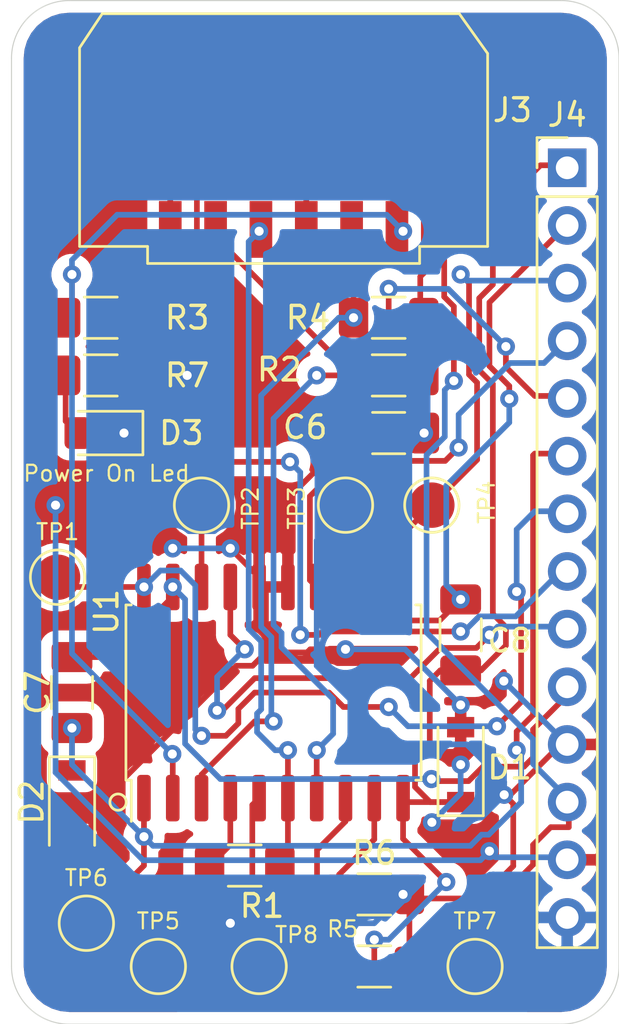
<source format=kicad_pcb>
(kicad_pcb (version 20171130) (host pcbnew 5.1.10)

  (general
    (thickness 1.6)
    (drawings 10)
    (tracks 363)
    (zones 0)
    (modules 24)
    (nets 22)
  )

  (page A4)
  (layers
    (0 F.Cu signal)
    (31 B.Cu signal)
    (32 B.Adhes user)
    (33 F.Adhes user)
    (34 B.Paste user)
    (35 F.Paste user)
    (36 B.SilkS user)
    (37 F.SilkS user)
    (38 B.Mask user)
    (39 F.Mask user)
    (40 Dwgs.User user)
    (41 Cmts.User user)
    (42 Eco1.User user)
    (43 Eco2.User user)
    (44 Edge.Cuts user)
    (45 Margin user)
    (46 B.CrtYd user)
    (47 F.CrtYd user)
    (48 B.Fab user hide)
    (49 F.Fab user hide)
  )

  (setup
    (last_trace_width 0.25)
    (trace_clearance 0.2)
    (zone_clearance 0.508)
    (zone_45_only no)
    (trace_min 0.2)
    (via_size 0.8)
    (via_drill 0.4)
    (via_min_size 0.4)
    (via_min_drill 0.3)
    (uvia_size 0.3)
    (uvia_drill 0.1)
    (uvias_allowed no)
    (uvia_min_size 0.2)
    (uvia_min_drill 0.1)
    (edge_width 0.05)
    (segment_width 0.2)
    (pcb_text_width 0.3)
    (pcb_text_size 1.5 1.5)
    (mod_edge_width 0.12)
    (mod_text_size 1 1)
    (mod_text_width 0.15)
    (pad_size 1.524 1.524)
    (pad_drill 0.762)
    (pad_to_mask_clearance 0)
    (aux_axis_origin 0 0)
    (visible_elements FFFFFF7F)
    (pcbplotparams
      (layerselection 0x010fc_ffffffff)
      (usegerberextensions false)
      (usegerberattributes true)
      (usegerberadvancedattributes true)
      (creategerberjobfile true)
      (excludeedgelayer true)
      (linewidth 0.100000)
      (plotframeref false)
      (viasonmask false)
      (mode 1)
      (useauxorigin false)
      (hpglpennumber 1)
      (hpglpenspeed 20)
      (hpglpendiameter 15.000000)
      (psnegative false)
      (psa4output false)
      (plotreference true)
      (plotvalue true)
      (plotinvisibletext false)
      (padsonsilk false)
      (subtractmaskfromsilk false)
      (outputformat 1)
      (mirror false)
      (drillshape 1)
      (scaleselection 1)
      (outputdirectory ""))
  )

  (net 0 "")
  (net 1 GND)
  (net 2 +12V)
  (net 3 /BHS)
  (net 4 /BHB)
  (net 5 /AHS)
  (net 6 /AHB)
  (net 7 "Net-(D3-Pad2)")
  (net 8 /VSense)
  (net 9 /IN-)
  (net 10 /IN+)
  (net 11 /Disable)
  (net 12 /HEN)
  (net 13 /BLS)
  (net 14 /BLO)
  (net 15 /BHO)
  (net 16 /ALS)
  (net 17 /ALO)
  (net 18 /AHO)
  (net 19 "Net-(R5-Pad1)")
  (net 20 "Net-(R6-Pad1)")
  (net 21 /OUT)

  (net_class Default "This is the default net class."
    (clearance 0.2)
    (trace_width 0.25)
    (via_dia 0.8)
    (via_drill 0.4)
    (uvia_dia 0.3)
    (uvia_drill 0.1)
    (add_net +12V)
    (add_net /AHB)
    (add_net /AHO)
    (add_net /AHS)
    (add_net /ALO)
    (add_net /ALS)
    (add_net /BHB)
    (add_net /BHO)
    (add_net /BHS)
    (add_net /BLO)
    (add_net /BLS)
    (add_net /Disable)
    (add_net /HEN)
    (add_net /IN+)
    (add_net /IN-)
    (add_net /OUT)
    (add_net /VSense)
    (add_net GND)
    (add_net "Net-(D3-Pad2)")
    (add_net "Net-(R5-Pad1)")
    (add_net "Net-(R6-Pad1)")
  )

  (module Connector_PinHeader_2.54mm:PinHeader_1x14_P2.54mm_Vertical (layer F.Cu) (tedit 59FED5CC) (tstamp 613AE4F9)
    (at 86.614 44.196)
    (descr "Through hole straight pin header, 1x14, 2.54mm pitch, single row")
    (tags "Through hole pin header THT 1x14 2.54mm single row")
    (path /613D9F9C)
    (fp_text reference J4 (at 0 -2.33) (layer F.SilkS)
      (effects (font (size 1 1) (thickness 0.15)))
    )
    (fp_text value Conn_01x14 (at 0 35.35) (layer F.Fab)
      (effects (font (size 1 1) (thickness 0.15)))
    )
    (fp_text user %R (at 0 16.51 90) (layer F.Fab)
      (effects (font (size 1 1) (thickness 0.15)))
    )
    (fp_line (start -0.635 -1.27) (end 1.27 -1.27) (layer F.Fab) (width 0.1))
    (fp_line (start 1.27 -1.27) (end 1.27 34.29) (layer F.Fab) (width 0.1))
    (fp_line (start 1.27 34.29) (end -1.27 34.29) (layer F.Fab) (width 0.1))
    (fp_line (start -1.27 34.29) (end -1.27 -0.635) (layer F.Fab) (width 0.1))
    (fp_line (start -1.27 -0.635) (end -0.635 -1.27) (layer F.Fab) (width 0.1))
    (fp_line (start -1.33 34.35) (end 1.33 34.35) (layer F.SilkS) (width 0.12))
    (fp_line (start -1.33 1.27) (end -1.33 34.35) (layer F.SilkS) (width 0.12))
    (fp_line (start 1.33 1.27) (end 1.33 34.35) (layer F.SilkS) (width 0.12))
    (fp_line (start -1.33 1.27) (end 1.33 1.27) (layer F.SilkS) (width 0.12))
    (fp_line (start -1.33 0) (end -1.33 -1.33) (layer F.SilkS) (width 0.12))
    (fp_line (start -1.33 -1.33) (end 0 -1.33) (layer F.SilkS) (width 0.12))
    (fp_line (start -1.8 -1.8) (end -1.8 34.8) (layer F.CrtYd) (width 0.05))
    (fp_line (start -1.8 34.8) (end 1.8 34.8) (layer F.CrtYd) (width 0.05))
    (fp_line (start 1.8 34.8) (end 1.8 -1.8) (layer F.CrtYd) (width 0.05))
    (fp_line (start 1.8 -1.8) (end -1.8 -1.8) (layer F.CrtYd) (width 0.05))
    (pad 14 thru_hole oval (at 0 33.02) (size 1.7 1.7) (drill 1) (layers *.Cu *.Mask)
      (net 1 GND))
    (pad 13 thru_hole oval (at 0 30.48) (size 1.7 1.7) (drill 1) (layers *.Cu *.Mask)
      (net 2 +12V))
    (pad 12 thru_hole oval (at 0 27.94) (size 1.7 1.7) (drill 1) (layers *.Cu *.Mask)
      (net 8 /VSense))
    (pad 11 thru_hole oval (at 0 25.4) (size 1.7 1.7) (drill 1) (layers *.Cu *.Mask)
      (net 2 +12V))
    (pad 10 thru_hole oval (at 0 22.86) (size 1.7 1.7) (drill 1) (layers *.Cu *.Mask)
      (net 3 /BHS))
    (pad 9 thru_hole oval (at 0 20.32) (size 1.7 1.7) (drill 1) (layers *.Cu *.Mask)
      (net 13 /BLS))
    (pad 8 thru_hole oval (at 0 17.78) (size 1.7 1.7) (drill 1) (layers *.Cu *.Mask)
      (net 14 /BLO))
    (pad 7 thru_hole oval (at 0 15.24) (size 1.7 1.7) (drill 1) (layers *.Cu *.Mask)
      (net 15 /BHO))
    (pad 6 thru_hole oval (at 0 12.7) (size 1.7 1.7) (drill 1) (layers *.Cu *.Mask)
      (net 4 /BHB))
    (pad 5 thru_hole oval (at 0 10.16) (size 1.7 1.7) (drill 1) (layers *.Cu *.Mask)
      (net 16 /ALS))
    (pad 4 thru_hole oval (at 0 7.62) (size 1.7 1.7) (drill 1) (layers *.Cu *.Mask)
      (net 17 /ALO))
    (pad 3 thru_hole oval (at 0 5.08) (size 1.7 1.7) (drill 1) (layers *.Cu *.Mask)
      (net 18 /AHO))
    (pad 2 thru_hole oval (at 0 2.54) (size 1.7 1.7) (drill 1) (layers *.Cu *.Mask)
      (net 5 /AHS))
    (pad 1 thru_hole rect (at 0 0) (size 1.7 1.7) (drill 1) (layers *.Cu *.Mask)
      (net 6 /AHB))
    (model ${KISYS3DMOD}/Connector_PinHeader_2.54mm.3dshapes/PinHeader_1x14_P2.54mm_Vertical.wrl
      (at (xyz 0 0 0))
      (scale (xyz 1 1 1))
      (rotate (xyz 0 0 0))
    )
  )

  (module PeltierSwitchingMainBoard_control:Molex_MicroLock_1.25_01x06 (layer F.Cu) (tedit 613A0AA5) (tstamp 613AC63A)
    (at 78.105 41.91 180)
    (path /61533EB5)
    (fp_text reference J3 (at -6.096 0.254 180) (layer F.SilkS)
      (effects (font (size 1 1) (thickness 0.15)))
    )
    (fp_text value "Molex Micro Lock (1.25mm 1.5A)" (at 3.25 6.5 180) (layer F.Fab)
      (effects (font (size 1 1) (thickness 0.15)))
    )
    (fp_line (start -5 2.75) (end -5 -5.75) (layer F.SilkS) (width 0.12))
    (fp_line (start -3.75 4.5) (end -5 2.75) (layer F.SilkS) (width 0.12))
    (fp_line (start 12 4.5) (end -3.75 4.5) (layer F.SilkS) (width 0.12))
    (fp_line (start 13 3) (end 12 4.5) (layer F.SilkS) (width 0.12))
    (fp_line (start 13 -5.75) (end 13 3) (layer F.SilkS) (width 0.12))
    (fp_line (start 10 -5.75) (end 13 -5.75) (layer F.SilkS) (width 0.12))
    (fp_line (start 10 -6.5) (end 10 -5.75) (layer F.SilkS) (width 0.12))
    (fp_line (start -2 -6.5) (end 10 -6.5) (layer F.SilkS) (width 0.12))
    (fp_line (start -2 -5.75) (end -2 -6.5) (layer F.SilkS) (width 0.12))
    (fp_line (start -5 -5.75) (end -2 -5.75) (layer F.SilkS) (width 0.12))
    (fp_poly (pts (xy 12.5 1) (xy 10.5 1) (xy 10.5 -3) (xy 12.5 -3)) (layer F.Cu) (width 0.1))
    (fp_line (start -4.25 2.75) (end -4.25 -5) (layer Dwgs.User) (width 0.12))
    (fp_line (start -3.5 3.75) (end -4.25 2.75) (layer Dwgs.User) (width 0.12))
    (fp_line (start 11.5 3.75) (end -3.5 3.75) (layer Dwgs.User) (width 0.12))
    (fp_line (start 12.25 2.75) (end 11.5 3.75) (layer Dwgs.User) (width 0.12))
    (fp_line (start 12.25 -5) (end 12.25 2.75) (layer Dwgs.User) (width 0.12))
    (fp_line (start -4.25 -5) (end 12.25 -5) (layer Dwgs.User) (width 0.12))
    (fp_poly (pts (xy -2.5 1) (xy -4.5 1) (xy -4.5 -3) (xy -2.5 -3)) (layer F.Cu) (width 0.1))
    (pad 6 smd rect (at 9 -5 180) (size 1 2.5) (layers F.Cu F.Paste F.Mask)
      (net 8 /VSense))
    (pad 5 smd rect (at 7 -5 180) (size 1 2.5) (layers F.Cu F.Paste F.Mask)
      (net 9 /IN-))
    (pad 4 smd rect (at 5 -5 180) (size 1 2.5) (layers F.Cu F.Paste F.Mask)
      (net 10 /IN+))
    (pad 3 smd rect (at 3 -5 180) (size 1 2.5) (layers F.Cu F.Paste F.Mask)
      (net 1 GND))
    (pad 2 smd rect (at 1 -5 180) (size 1 2.5) (layers F.Cu F.Paste F.Mask)
      (net 11 /Disable))
    (pad 1 smd rect (at -1 -5 180) (size 1 2.5) (layers F.Cu F.Paste F.Mask)
      (net 12 /HEN))
    (pad 7 smd rect (at -3.5 -1 180) (size 1.75 3.45) (layers F.Cu F.Paste F.Mask))
    (pad 7 smd rect (at 11.5 -1 180) (size 1.75 3.45) (layers F.Cu F.Paste F.Mask))
  )

  (module Package_SO:SOIC-20W_7.5x12.8mm_P1.27mm (layer F.Cu) (tedit 5D9F72B1) (tstamp 613A73DE)
    (at 73.66 67.31 90)
    (descr "SOIC, 20 Pin (JEDEC MS-013AC, https://www.analog.com/media/en/package-pcb-resources/package/233848rw_20.pdf), generated with kicad-footprint-generator ipc_gullwing_generator.py")
    (tags "SOIC SO")
    (path /6138A773)
    (attr smd)
    (fp_text reference U1 (at 3.556 -7.366 90) (layer F.SilkS)
      (effects (font (size 1 1) (thickness 0.15)))
    )
    (fp_text value HIP4080A (at 0 7.35 90) (layer F.Fab)
      (effects (font (size 1 1) (thickness 0.15)))
    )
    (fp_line (start 5.93 -6.65) (end -5.93 -6.65) (layer F.CrtYd) (width 0.05))
    (fp_line (start 5.93 6.65) (end 5.93 -6.65) (layer F.CrtYd) (width 0.05))
    (fp_line (start -5.93 6.65) (end 5.93 6.65) (layer F.CrtYd) (width 0.05))
    (fp_line (start -5.93 -6.65) (end -5.93 6.65) (layer F.CrtYd) (width 0.05))
    (fp_line (start -3.75 -5.4) (end -2.75 -6.4) (layer F.Fab) (width 0.1))
    (fp_line (start -3.75 6.4) (end -3.75 -5.4) (layer F.Fab) (width 0.1))
    (fp_line (start 3.75 6.4) (end -3.75 6.4) (layer F.Fab) (width 0.1))
    (fp_line (start 3.75 -6.4) (end 3.75 6.4) (layer F.Fab) (width 0.1))
    (fp_line (start -2.75 -6.4) (end 3.75 -6.4) (layer F.Fab) (width 0.1))
    (fp_line (start -3.86 -6.275) (end -5.675 -6.275) (layer F.SilkS) (width 0.12))
    (fp_line (start -3.86 -6.51) (end -3.86 -6.275) (layer F.SilkS) (width 0.12))
    (fp_line (start 0 -6.51) (end -3.86 -6.51) (layer F.SilkS) (width 0.12))
    (fp_line (start 3.86 -6.51) (end 3.86 -6.275) (layer F.SilkS) (width 0.12))
    (fp_line (start 0 -6.51) (end 3.86 -6.51) (layer F.SilkS) (width 0.12))
    (fp_line (start -3.86 6.51) (end -3.86 6.275) (layer F.SilkS) (width 0.12))
    (fp_line (start 0 6.51) (end -3.86 6.51) (layer F.SilkS) (width 0.12))
    (fp_line (start 3.86 6.51) (end 3.86 6.275) (layer F.SilkS) (width 0.12))
    (fp_line (start 0 6.51) (end 3.86 6.51) (layer F.SilkS) (width 0.12))
    (fp_text user %R (at 0 0 90) (layer F.Fab)
      (effects (font (size 1 1) (thickness 0.15)))
    )
    (pad 20 smd roundrect (at 4.65 -5.715 90) (size 2.05 0.6) (layers F.Cu F.Paste F.Mask) (roundrect_rratio 0.25)
      (net 15 /BHO))
    (pad 19 smd roundrect (at 4.65 -4.445 90) (size 2.05 0.6) (layers F.Cu F.Paste F.Mask) (roundrect_rratio 0.25)
      (net 3 /BHS))
    (pad 18 smd roundrect (at 4.65 -3.175 90) (size 2.05 0.6) (layers F.Cu F.Paste F.Mask) (roundrect_rratio 0.25)
      (net 14 /BLO))
    (pad 17 smd roundrect (at 4.65 -1.905 90) (size 2.05 0.6) (layers F.Cu F.Paste F.Mask) (roundrect_rratio 0.25)
      (net 13 /BLS))
    (pad 16 smd roundrect (at 4.65 -0.635 90) (size 2.05 0.6) (layers F.Cu F.Paste F.Mask) (roundrect_rratio 0.25)
      (net 2 +12V))
    (pad 15 smd roundrect (at 4.65 0.635 90) (size 2.05 0.6) (layers F.Cu F.Paste F.Mask) (roundrect_rratio 0.25)
      (net 2 +12V))
    (pad 14 smd roundrect (at 4.65 1.905 90) (size 2.05 0.6) (layers F.Cu F.Paste F.Mask) (roundrect_rratio 0.25)
      (net 16 /ALS))
    (pad 13 smd roundrect (at 4.65 3.175 90) (size 2.05 0.6) (layers F.Cu F.Paste F.Mask) (roundrect_rratio 0.25)
      (net 17 /ALO))
    (pad 12 smd roundrect (at 4.65 4.445 90) (size 2.05 0.6) (layers F.Cu F.Paste F.Mask) (roundrect_rratio 0.25)
      (net 5 /AHS))
    (pad 11 smd roundrect (at 4.65 5.715 90) (size 2.05 0.6) (layers F.Cu F.Paste F.Mask) (roundrect_rratio 0.25)
      (net 18 /AHO))
    (pad 10 smd roundrect (at -4.65 5.715 90) (size 2.05 0.6) (layers F.Cu F.Paste F.Mask) (roundrect_rratio 0.25)
      (net 6 /AHB))
    (pad 9 smd roundrect (at -4.65 4.445 90) (size 2.05 0.6) (layers F.Cu F.Paste F.Mask) (roundrect_rratio 0.25)
      (net 20 "Net-(R6-Pad1)"))
    (pad 8 smd roundrect (at -4.65 3.175 90) (size 2.05 0.6) (layers F.Cu F.Paste F.Mask) (roundrect_rratio 0.25)
      (net 19 "Net-(R5-Pad1)"))
    (pad 7 smd roundrect (at -4.65 1.905 90) (size 2.05 0.6) (layers F.Cu F.Paste F.Mask) (roundrect_rratio 0.25)
      (net 9 /IN-))
    (pad 6 smd roundrect (at -4.65 0.635 90) (size 2.05 0.6) (layers F.Cu F.Paste F.Mask) (roundrect_rratio 0.25)
      (net 10 /IN+))
    (pad 5 smd roundrect (at -4.65 -0.635 90) (size 2.05 0.6) (layers F.Cu F.Paste F.Mask) (roundrect_rratio 0.25)
      (net 21 /OUT))
    (pad 4 smd roundrect (at -4.65 -1.905 90) (size 2.05 0.6) (layers F.Cu F.Paste F.Mask) (roundrect_rratio 0.25)
      (net 1 GND))
    (pad 3 smd roundrect (at -4.65 -3.175 90) (size 2.05 0.6) (layers F.Cu F.Paste F.Mask) (roundrect_rratio 0.25)
      (net 11 /Disable))
    (pad 2 smd roundrect (at -4.65 -4.445 90) (size 2.05 0.6) (layers F.Cu F.Paste F.Mask) (roundrect_rratio 0.25)
      (net 12 /HEN))
    (pad 1 smd roundrect (at -4.65 -5.715 90) (size 2.05 0.6) (layers F.Cu F.Paste F.Mask) (roundrect_rratio 0.25)
      (net 4 /BHB))
    (model ${KISYS3DMOD}/Package_SO.3dshapes/SOIC-20W_7.5x12.8mm_P1.27mm.wrl
      (at (xyz 0 0 0))
      (scale (xyz 1 1 1))
      (rotate (xyz 0 0 0))
    )
  )

  (module TestPoint:TestPoint_Pad_D2.0mm (layer F.Cu) (tedit 5A0F774F) (tstamp 613ACA28)
    (at 73.025 79.375)
    (descr "SMD pad as test Point, diameter 2.0mm")
    (tags "test point SMD pad")
    (path /6141B844)
    (attr virtual)
    (fp_text reference TP8 (at 1.651 -1.397) (layer F.SilkS)
      (effects (font (size 0.7 0.7) (thickness 0.1)))
    )
    (fp_text value TestPoint (at 0 2.05) (layer F.Fab)
      (effects (font (size 1 1) (thickness 0.15)))
    )
    (fp_circle (center 0 0) (end 0 1.2) (layer F.SilkS) (width 0.12))
    (fp_circle (center 0 0) (end 1.5 0) (layer F.CrtYd) (width 0.05))
    (fp_text user %R (at 0 -2) (layer F.Fab)
      (effects (font (size 1 1) (thickness 0.15)))
    )
    (pad 1 smd circle (at 0 0) (size 2 2) (layers F.Cu F.Mask)
      (net 21 /OUT))
  )

  (module TestPoint:TestPoint_Pad_D2.0mm (layer F.Cu) (tedit 5A0F774F) (tstamp 613A73AB)
    (at 82.55 79.375)
    (descr "SMD pad as test Point, diameter 2.0mm")
    (tags "test point SMD pad")
    (path /614AF99B)
    (attr virtual)
    (fp_text reference TP7 (at 0 -1.998) (layer F.SilkS)
      (effects (font (size 0.7 0.7) (thickness 0.1)))
    )
    (fp_text value TestPoint (at 0 2.05) (layer F.Fab)
      (effects (font (size 1 1) (thickness 0.15)))
    )
    (fp_circle (center 0 0) (end 0 1.2) (layer F.SilkS) (width 0.12))
    (fp_circle (center 0 0) (end 1.5 0) (layer F.CrtYd) (width 0.05))
    (fp_text user %R (at 0 -2) (layer F.Fab)
      (effects (font (size 1 1) (thickness 0.15)))
    )
    (pad 1 smd circle (at 0 0) (size 2 2) (layers F.Cu F.Mask)
      (net 8 /VSense))
  )

  (module TestPoint:TestPoint_Pad_D2.0mm (layer F.Cu) (tedit 5A0F774F) (tstamp 613A73A3)
    (at 65.405 77.47)
    (descr "SMD pad as test Point, diameter 2.0mm")
    (tags "test point SMD pad")
    (path /61491A2C)
    (attr virtual)
    (fp_text reference TP6 (at 0 -1.998) (layer F.SilkS)
      (effects (font (size 0.7 0.7) (thickness 0.1)))
    )
    (fp_text value TestPoint (at 0 2.05) (layer F.Fab)
      (effects (font (size 1 1) (thickness 0.15)))
    )
    (fp_circle (center 0 0) (end 0 1.2) (layer F.SilkS) (width 0.12))
    (fp_circle (center 0 0) (end 1.5 0) (layer F.CrtYd) (width 0.05))
    (fp_text user %R (at 0 -2) (layer F.Fab)
      (effects (font (size 1 1) (thickness 0.15)))
    )
    (pad 1 smd circle (at 0 0) (size 2 2) (layers F.Cu F.Mask)
      (net 4 /BHB))
  )

  (module TestPoint:TestPoint_Pad_D2.0mm (layer F.Cu) (tedit 5A0F774F) (tstamp 613A739B)
    (at 68.58 79.375)
    (descr "SMD pad as test Point, diameter 2.0mm")
    (tags "test point SMD pad")
    (path /6148F5A0)
    (attr virtual)
    (fp_text reference TP5 (at 0 -1.998) (layer F.SilkS)
      (effects (font (size 0.7 0.7) (thickness 0.1)))
    )
    (fp_text value TestPoint (at 0 2.05) (layer F.Fab)
      (effects (font (size 1 1) (thickness 0.15)))
    )
    (fp_circle (center 0 0) (end 0 1.2) (layer F.SilkS) (width 0.12))
    (fp_circle (center 0 0) (end 1.5 0) (layer F.CrtYd) (width 0.05))
    (fp_text user %R (at 0 -2) (layer F.Fab)
      (effects (font (size 1 1) (thickness 0.15)))
    )
    (pad 1 smd circle (at 0 0) (size 2 2) (layers F.Cu F.Mask)
      (net 6 /AHB))
  )

  (module TestPoint:TestPoint_Pad_D2.0mm (layer F.Cu) (tedit 5A0F774F) (tstamp 613A7393)
    (at 80.645 59.055)
    (descr "SMD pad as test Point, diameter 2.0mm")
    (tags "test point SMD pad")
    (path /6148CB4C)
    (attr virtual)
    (fp_text reference TP4 (at 2.413 -0.127 90) (layer F.SilkS)
      (effects (font (size 0.7 0.7) (thickness 0.1)))
    )
    (fp_text value TestPoint (at 0 2.05) (layer F.Fab)
      (effects (font (size 1 1) (thickness 0.15)))
    )
    (fp_circle (center 0 0) (end 0 1.2) (layer F.SilkS) (width 0.12))
    (fp_circle (center 0 0) (end 1.5 0) (layer F.CrtYd) (width 0.05))
    (fp_text user %R (at 0 -2) (layer F.Fab)
      (effects (font (size 1 1) (thickness 0.15)))
    )
    (pad 1 smd circle (at 0 0) (size 2 2) (layers F.Cu F.Mask)
      (net 18 /AHO))
  )

  (module TestPoint:TestPoint_Pad_D2.0mm (layer F.Cu) (tedit 5A0F774F) (tstamp 613A738B)
    (at 76.835 59.055)
    (descr "SMD pad as test Point, diameter 2.0mm")
    (tags "test point SMD pad")
    (path /6148A4E0)
    (attr virtual)
    (fp_text reference TP3 (at -2.159 0.127 90) (layer F.SilkS)
      (effects (font (size 0.7 0.7) (thickness 0.1)))
    )
    (fp_text value TestPoint (at 0 2.05) (layer F.Fab)
      (effects (font (size 1 1) (thickness 0.15)))
    )
    (fp_circle (center 0 0) (end 0 1.2) (layer F.SilkS) (width 0.12))
    (fp_circle (center 0 0) (end 1.5 0) (layer F.CrtYd) (width 0.05))
    (fp_text user %R (at 0 -2) (layer F.Fab)
      (effects (font (size 1 1) (thickness 0.15)))
    )
    (pad 1 smd circle (at 0 0) (size 2 2) (layers F.Cu F.Mask)
      (net 17 /ALO))
  )

  (module TestPoint:TestPoint_Pad_D2.0mm (layer F.Cu) (tedit 5A0F774F) (tstamp 613A7383)
    (at 70.485 59.055)
    (descr "SMD pad as test Point, diameter 2.0mm")
    (tags "test point SMD pad")
    (path /61487EEE)
    (attr virtual)
    (fp_text reference TP2 (at 2.159 0.127 90) (layer F.SilkS)
      (effects (font (size 0.7 0.7) (thickness 0.1)))
    )
    (fp_text value TestPoint (at 0 2.05) (layer F.Fab)
      (effects (font (size 1 1) (thickness 0.15)))
    )
    (fp_circle (center 0 0) (end 0 1.2) (layer F.SilkS) (width 0.12))
    (fp_circle (center 0 0) (end 1.5 0) (layer F.CrtYd) (width 0.05))
    (fp_text user %R (at 0 -2) (layer F.Fab)
      (effects (font (size 1 1) (thickness 0.15)))
    )
    (pad 1 smd circle (at 0 0) (size 2 2) (layers F.Cu F.Mask)
      (net 14 /BLO))
  )

  (module TestPoint:TestPoint_Pad_D2.0mm (layer F.Cu) (tedit 5A0F774F) (tstamp 613A737B)
    (at 64.135 62.23)
    (descr "SMD pad as test Point, diameter 2.0mm")
    (tags "test point SMD pad")
    (path /61485E54)
    (attr virtual)
    (fp_text reference TP1 (at 0 -1.998) (layer F.SilkS)
      (effects (font (size 0.7 0.7) (thickness 0.1)))
    )
    (fp_text value TestPoint (at 0 2.05) (layer F.Fab)
      (effects (font (size 1 1) (thickness 0.15)))
    )
    (fp_circle (center 0 0) (end 0 1.2) (layer F.SilkS) (width 0.12))
    (fp_circle (center 0 0) (end 1.5 0) (layer F.CrtYd) (width 0.05))
    (fp_text user %R (at 0 -2) (layer F.Fab)
      (effects (font (size 1 1) (thickness 0.15)))
    )
    (pad 1 smd circle (at 0 0) (size 2 2) (layers F.Cu F.Mask)
      (net 15 /BHO))
  )

  (module Resistor_SMD:R_1206_3216Metric_Pad1.30x1.75mm_HandSolder (layer F.Cu) (tedit 5F68FEEE) (tstamp 613AC794)
    (at 66.04 53.34 180)
    (descr "Resistor SMD 1206 (3216 Metric), square (rectangular) end terminal, IPC_7351 nominal with elongated pad for handsoldering. (Body size source: IPC-SM-782 page 72, https://www.pcb-3d.com/wordpress/wp-content/uploads/ipc-sm-782a_amendment_1_and_2.pdf), generated with kicad-footprint-generator")
    (tags "resistor handsolder")
    (path /613FDCC4)
    (attr smd)
    (fp_text reference R7 (at -3.81 0) (layer F.SilkS)
      (effects (font (size 1 1) (thickness 0.15)))
    )
    (fp_text value 1k (at 0 1.82) (layer F.Fab)
      (effects (font (size 1 1) (thickness 0.15)))
    )
    (fp_line (start 2.45 1.12) (end -2.45 1.12) (layer F.CrtYd) (width 0.05))
    (fp_line (start 2.45 -1.12) (end 2.45 1.12) (layer F.CrtYd) (width 0.05))
    (fp_line (start -2.45 -1.12) (end 2.45 -1.12) (layer F.CrtYd) (width 0.05))
    (fp_line (start -2.45 1.12) (end -2.45 -1.12) (layer F.CrtYd) (width 0.05))
    (fp_line (start -0.727064 0.91) (end 0.727064 0.91) (layer F.SilkS) (width 0.12))
    (fp_line (start -0.727064 -0.91) (end 0.727064 -0.91) (layer F.SilkS) (width 0.12))
    (fp_line (start 1.6 0.8) (end -1.6 0.8) (layer F.Fab) (width 0.1))
    (fp_line (start 1.6 -0.8) (end 1.6 0.8) (layer F.Fab) (width 0.1))
    (fp_line (start -1.6 -0.8) (end 1.6 -0.8) (layer F.Fab) (width 0.1))
    (fp_line (start -1.6 0.8) (end -1.6 -0.8) (layer F.Fab) (width 0.1))
    (fp_text user %R (at 0 0) (layer F.Fab)
      (effects (font (size 0.8 0.8) (thickness 0.12)))
    )
    (pad 2 smd roundrect (at 1.55 0 180) (size 1.3 1.75) (layers F.Cu F.Paste F.Mask) (roundrect_rratio 0.192308)
      (net 7 "Net-(D3-Pad2)"))
    (pad 1 smd roundrect (at -1.55 0 180) (size 1.3 1.75) (layers F.Cu F.Paste F.Mask) (roundrect_rratio 0.192308)
      (net 2 +12V))
    (model ${KISYS3DMOD}/Resistor_SMD.3dshapes/R_1206_3216Metric.wrl
      (at (xyz 0 0 0))
      (scale (xyz 1 1 1))
      (rotate (xyz 0 0 0))
    )
  )

  (module Resistor_SMD:R_1206_3216Metric_Pad1.30x1.75mm_HandSolder (layer F.Cu) (tedit 5F68FEEE) (tstamp 613A7B70)
    (at 78.105 76.2)
    (descr "Resistor SMD 1206 (3216 Metric), square (rectangular) end terminal, IPC_7351 nominal with elongated pad for handsoldering. (Body size source: IPC-SM-782 page 72, https://www.pcb-3d.com/wordpress/wp-content/uploads/ipc-sm-782a_amendment_1_and_2.pdf), generated with kicad-footprint-generator")
    (tags "resistor handsolder")
    (path /613AFD33)
    (attr smd)
    (fp_text reference R6 (at 0 -1.82) (layer F.SilkS)
      (effects (font (size 1 1) (thickness 0.15)))
    )
    (fp_text value 10k (at 0 1.82) (layer F.Fab)
      (effects (font (size 1 1) (thickness 0.15)))
    )
    (fp_line (start 2.45 1.12) (end -2.45 1.12) (layer F.CrtYd) (width 0.05))
    (fp_line (start 2.45 -1.12) (end 2.45 1.12) (layer F.CrtYd) (width 0.05))
    (fp_line (start -2.45 -1.12) (end 2.45 -1.12) (layer F.CrtYd) (width 0.05))
    (fp_line (start -2.45 1.12) (end -2.45 -1.12) (layer F.CrtYd) (width 0.05))
    (fp_line (start -0.727064 0.91) (end 0.727064 0.91) (layer F.SilkS) (width 0.12))
    (fp_line (start -0.727064 -0.91) (end 0.727064 -0.91) (layer F.SilkS) (width 0.12))
    (fp_line (start 1.6 0.8) (end -1.6 0.8) (layer F.Fab) (width 0.1))
    (fp_line (start 1.6 -0.8) (end 1.6 0.8) (layer F.Fab) (width 0.1))
    (fp_line (start -1.6 -0.8) (end 1.6 -0.8) (layer F.Fab) (width 0.1))
    (fp_line (start -1.6 0.8) (end -1.6 -0.8) (layer F.Fab) (width 0.1))
    (fp_text user %R (at 0 0) (layer F.Fab)
      (effects (font (size 0.8 0.8) (thickness 0.12)))
    )
    (pad 2 smd roundrect (at 1.55 0) (size 1.3 1.75) (layers F.Cu F.Paste F.Mask) (roundrect_rratio 0.192308)
      (net 1 GND))
    (pad 1 smd roundrect (at -1.55 0) (size 1.3 1.75) (layers F.Cu F.Paste F.Mask) (roundrect_rratio 0.192308)
      (net 20 "Net-(R6-Pad1)"))
    (model ${KISYS3DMOD}/Resistor_SMD.3dshapes/R_1206_3216Metric.wrl
      (at (xyz 0 0 0))
      (scale (xyz 1 1 1))
      (rotate (xyz 0 0 0))
    )
  )

  (module Resistor_SMD:R_1206_3216Metric_Pad1.30x1.75mm_HandSolder (layer F.Cu) (tedit 5F68FEEE) (tstamp 613AC95E)
    (at 78.105 79.375)
    (descr "Resistor SMD 1206 (3216 Metric), square (rectangular) end terminal, IPC_7351 nominal with elongated pad for handsoldering. (Body size source: IPC-SM-782 page 72, https://www.pcb-3d.com/wordpress/wp-content/uploads/ipc-sm-782a_amendment_1_and_2.pdf), generated with kicad-footprint-generator")
    (tags "resistor handsolder")
    (path /613AF080)
    (attr smd)
    (fp_text reference R5 (at -1.397 -1.651) (layer F.SilkS)
      (effects (font (size 0.7 0.7) (thickness 0.1)))
    )
    (fp_text value 10k (at 0 1.82) (layer F.Fab)
      (effects (font (size 1 1) (thickness 0.15)))
    )
    (fp_line (start 2.45 1.12) (end -2.45 1.12) (layer F.CrtYd) (width 0.05))
    (fp_line (start 2.45 -1.12) (end 2.45 1.12) (layer F.CrtYd) (width 0.05))
    (fp_line (start -2.45 -1.12) (end 2.45 -1.12) (layer F.CrtYd) (width 0.05))
    (fp_line (start -2.45 1.12) (end -2.45 -1.12) (layer F.CrtYd) (width 0.05))
    (fp_line (start -0.727064 0.91) (end 0.727064 0.91) (layer F.SilkS) (width 0.12))
    (fp_line (start -0.727064 -0.91) (end 0.727064 -0.91) (layer F.SilkS) (width 0.12))
    (fp_line (start 1.6 0.8) (end -1.6 0.8) (layer F.Fab) (width 0.1))
    (fp_line (start 1.6 -0.8) (end 1.6 0.8) (layer F.Fab) (width 0.1))
    (fp_line (start -1.6 -0.8) (end 1.6 -0.8) (layer F.Fab) (width 0.1))
    (fp_line (start -1.6 0.8) (end -1.6 -0.8) (layer F.Fab) (width 0.1))
    (fp_text user %R (at 0 0) (layer F.Fab)
      (effects (font (size 0.8 0.8) (thickness 0.12)))
    )
    (pad 2 smd roundrect (at 1.55 0) (size 1.3 1.75) (layers F.Cu F.Paste F.Mask) (roundrect_rratio 0.192308)
      (net 1 GND))
    (pad 1 smd roundrect (at -1.55 0) (size 1.3 1.75) (layers F.Cu F.Paste F.Mask) (roundrect_rratio 0.192308)
      (net 19 "Net-(R5-Pad1)"))
    (model ${KISYS3DMOD}/Resistor_SMD.3dshapes/R_1206_3216Metric.wrl
      (at (xyz 0 0 0))
      (scale (xyz 1 1 1))
      (rotate (xyz 0 0 0))
    )
  )

  (module Resistor_SMD:R_1206_3216Metric_Pad1.30x1.75mm_HandSolder (layer F.Cu) (tedit 5F68FEEE) (tstamp 613A7340)
    (at 78.74 50.8)
    (descr "Resistor SMD 1206 (3216 Metric), square (rectangular) end terminal, IPC_7351 nominal with elongated pad for handsoldering. (Body size source: IPC-SM-782 page 72, https://www.pcb-3d.com/wordpress/wp-content/uploads/ipc-sm-782a_amendment_1_and_2.pdf), generated with kicad-footprint-generator")
    (tags "resistor handsolder")
    (path /613FCDD9)
    (attr smd)
    (fp_text reference R4 (at -3.556 0) (layer F.SilkS)
      (effects (font (size 1 1) (thickness 0.15)))
    )
    (fp_text value 56k (at 0 1.82) (layer F.Fab)
      (effects (font (size 1 1) (thickness 0.15)))
    )
    (fp_line (start 2.45 1.12) (end -2.45 1.12) (layer F.CrtYd) (width 0.05))
    (fp_line (start 2.45 -1.12) (end 2.45 1.12) (layer F.CrtYd) (width 0.05))
    (fp_line (start -2.45 -1.12) (end 2.45 -1.12) (layer F.CrtYd) (width 0.05))
    (fp_line (start -2.45 1.12) (end -2.45 -1.12) (layer F.CrtYd) (width 0.05))
    (fp_line (start -0.727064 0.91) (end 0.727064 0.91) (layer F.SilkS) (width 0.12))
    (fp_line (start -0.727064 -0.91) (end 0.727064 -0.91) (layer F.SilkS) (width 0.12))
    (fp_line (start 1.6 0.8) (end -1.6 0.8) (layer F.Fab) (width 0.1))
    (fp_line (start 1.6 -0.8) (end 1.6 0.8) (layer F.Fab) (width 0.1))
    (fp_line (start -1.6 -0.8) (end 1.6 -0.8) (layer F.Fab) (width 0.1))
    (fp_line (start -1.6 0.8) (end -1.6 -0.8) (layer F.Fab) (width 0.1))
    (fp_text user %R (at 0 0) (layer F.Fab)
      (effects (font (size 0.8 0.8) (thickness 0.12)))
    )
    (pad 2 smd roundrect (at 1.55 0) (size 1.3 1.75) (layers F.Cu F.Paste F.Mask) (roundrect_rratio 0.192308)
      (net 1 GND))
    (pad 1 smd roundrect (at -1.55 0) (size 1.3 1.75) (layers F.Cu F.Paste F.Mask) (roundrect_rratio 0.192308)
      (net 11 /Disable))
    (model ${KISYS3DMOD}/Resistor_SMD.3dshapes/R_1206_3216Metric.wrl
      (at (xyz 0 0 0))
      (scale (xyz 1 1 1))
      (rotate (xyz 0 0 0))
    )
  )

  (module Resistor_SMD:R_1206_3216Metric_Pad1.30x1.75mm_HandSolder (layer F.Cu) (tedit 5F68FEEE) (tstamp 613A732F)
    (at 66.04 50.8 180)
    (descr "Resistor SMD 1206 (3216 Metric), square (rectangular) end terminal, IPC_7351 nominal with elongated pad for handsoldering. (Body size source: IPC-SM-782 page 72, https://www.pcb-3d.com/wordpress/wp-content/uploads/ipc-sm-782a_amendment_1_and_2.pdf), generated with kicad-footprint-generator")
    (tags "resistor handsolder")
    (path /6140121D)
    (attr smd)
    (fp_text reference R3 (at -3.81 0) (layer F.SilkS)
      (effects (font (size 1 1) (thickness 0.15)))
    )
    (fp_text value 10k (at 0 1.82) (layer F.Fab)
      (effects (font (size 1 1) (thickness 0.15)))
    )
    (fp_line (start 2.45 1.12) (end -2.45 1.12) (layer F.CrtYd) (width 0.05))
    (fp_line (start 2.45 -1.12) (end 2.45 1.12) (layer F.CrtYd) (width 0.05))
    (fp_line (start -2.45 -1.12) (end 2.45 -1.12) (layer F.CrtYd) (width 0.05))
    (fp_line (start -2.45 1.12) (end -2.45 -1.12) (layer F.CrtYd) (width 0.05))
    (fp_line (start -0.727064 0.91) (end 0.727064 0.91) (layer F.SilkS) (width 0.12))
    (fp_line (start -0.727064 -0.91) (end 0.727064 -0.91) (layer F.SilkS) (width 0.12))
    (fp_line (start 1.6 0.8) (end -1.6 0.8) (layer F.Fab) (width 0.1))
    (fp_line (start 1.6 -0.8) (end 1.6 0.8) (layer F.Fab) (width 0.1))
    (fp_line (start -1.6 -0.8) (end 1.6 -0.8) (layer F.Fab) (width 0.1))
    (fp_line (start -1.6 0.8) (end -1.6 -0.8) (layer F.Fab) (width 0.1))
    (fp_text user %R (at 0 0) (layer F.Fab)
      (effects (font (size 0.8 0.8) (thickness 0.12)))
    )
    (pad 2 smd roundrect (at 1.55 0 180) (size 1.3 1.75) (layers F.Cu F.Paste F.Mask) (roundrect_rratio 0.192308)
      (net 12 /HEN))
    (pad 1 smd roundrect (at -1.55 0 180) (size 1.3 1.75) (layers F.Cu F.Paste F.Mask) (roundrect_rratio 0.192308)
      (net 2 +12V))
    (model ${KISYS3DMOD}/Resistor_SMD.3dshapes/R_1206_3216Metric.wrl
      (at (xyz 0 0 0))
      (scale (xyz 1 1 1))
      (rotate (xyz 0 0 0))
    )
  )

  (module Resistor_SMD:R_1206_3216Metric_Pad1.30x1.75mm_HandSolder (layer F.Cu) (tedit 5F68FEEE) (tstamp 613A731E)
    (at 78.74 53.34)
    (descr "Resistor SMD 1206 (3216 Metric), square (rectangular) end terminal, IPC_7351 nominal with elongated pad for handsoldering. (Body size source: IPC-SM-782 page 72, https://www.pcb-3d.com/wordpress/wp-content/uploads/ipc-sm-782a_amendment_1_and_2.pdf), generated with kicad-footprint-generator")
    (tags "resistor handsolder")
    (path /6140FCB7)
    (attr smd)
    (fp_text reference R2 (at -4.826 -0.254) (layer F.SilkS)
      (effects (font (size 1 1) (thickness 0.15)))
    )
    (fp_text value 10k (at 0 1.82) (layer F.Fab)
      (effects (font (size 1 1) (thickness 0.15)))
    )
    (fp_line (start 2.45 1.12) (end -2.45 1.12) (layer F.CrtYd) (width 0.05))
    (fp_line (start 2.45 -1.12) (end 2.45 1.12) (layer F.CrtYd) (width 0.05))
    (fp_line (start -2.45 -1.12) (end 2.45 -1.12) (layer F.CrtYd) (width 0.05))
    (fp_line (start -2.45 1.12) (end -2.45 -1.12) (layer F.CrtYd) (width 0.05))
    (fp_line (start -0.727064 0.91) (end 0.727064 0.91) (layer F.SilkS) (width 0.12))
    (fp_line (start -0.727064 -0.91) (end 0.727064 -0.91) (layer F.SilkS) (width 0.12))
    (fp_line (start 1.6 0.8) (end -1.6 0.8) (layer F.Fab) (width 0.1))
    (fp_line (start 1.6 -0.8) (end 1.6 0.8) (layer F.Fab) (width 0.1))
    (fp_line (start -1.6 -0.8) (end 1.6 -0.8) (layer F.Fab) (width 0.1))
    (fp_line (start -1.6 0.8) (end -1.6 -0.8) (layer F.Fab) (width 0.1))
    (fp_text user %R (at 0 0) (layer F.Fab)
      (effects (font (size 0.8 0.8) (thickness 0.12)))
    )
    (pad 2 smd roundrect (at 1.55 0) (size 1.3 1.75) (layers F.Cu F.Paste F.Mask) (roundrect_rratio 0.192308)
      (net 1 GND))
    (pad 1 smd roundrect (at -1.55 0) (size 1.3 1.75) (layers F.Cu F.Paste F.Mask) (roundrect_rratio 0.192308)
      (net 9 /IN-))
    (model ${KISYS3DMOD}/Resistor_SMD.3dshapes/R_1206_3216Metric.wrl
      (at (xyz 0 0 0))
      (scale (xyz 1 1 1))
      (rotate (xyz 0 0 0))
    )
  )

  (module Resistor_SMD:R_1206_3216Metric_Pad1.30x1.75mm_HandSolder (layer F.Cu) (tedit 5F68FEEE) (tstamp 613A730D)
    (at 72.39 74.93 180)
    (descr "Resistor SMD 1206 (3216 Metric), square (rectangular) end terminal, IPC_7351 nominal with elongated pad for handsoldering. (Body size source: IPC-SM-782 page 72, https://www.pcb-3d.com/wordpress/wp-content/uploads/ipc-sm-782a_amendment_1_and_2.pdf), generated with kicad-footprint-generator")
    (tags "resistor handsolder")
    (path /61410B14)
    (attr smd)
    (fp_text reference R1 (at -0.762 -1.778) (layer F.SilkS)
      (effects (font (size 1 1) (thickness 0.15)))
    )
    (fp_text value 10k (at 0 1.82) (layer F.Fab)
      (effects (font (size 1 1) (thickness 0.15)))
    )
    (fp_line (start 2.45 1.12) (end -2.45 1.12) (layer F.CrtYd) (width 0.05))
    (fp_line (start 2.45 -1.12) (end 2.45 1.12) (layer F.CrtYd) (width 0.05))
    (fp_line (start -2.45 -1.12) (end 2.45 -1.12) (layer F.CrtYd) (width 0.05))
    (fp_line (start -2.45 1.12) (end -2.45 -1.12) (layer F.CrtYd) (width 0.05))
    (fp_line (start -0.727064 0.91) (end 0.727064 0.91) (layer F.SilkS) (width 0.12))
    (fp_line (start -0.727064 -0.91) (end 0.727064 -0.91) (layer F.SilkS) (width 0.12))
    (fp_line (start 1.6 0.8) (end -1.6 0.8) (layer F.Fab) (width 0.1))
    (fp_line (start 1.6 -0.8) (end 1.6 0.8) (layer F.Fab) (width 0.1))
    (fp_line (start -1.6 -0.8) (end 1.6 -0.8) (layer F.Fab) (width 0.1))
    (fp_line (start -1.6 0.8) (end -1.6 -0.8) (layer F.Fab) (width 0.1))
    (fp_text user %R (at 0 0) (layer F.Fab)
      (effects (font (size 0.8 0.8) (thickness 0.12)))
    )
    (pad 2 smd roundrect (at 1.55 0 180) (size 1.3 1.75) (layers F.Cu F.Paste F.Mask) (roundrect_rratio 0.192308)
      (net 1 GND))
    (pad 1 smd roundrect (at -1.55 0 180) (size 1.3 1.75) (layers F.Cu F.Paste F.Mask) (roundrect_rratio 0.192308)
      (net 10 /IN+))
    (model ${KISYS3DMOD}/Resistor_SMD.3dshapes/R_1206_3216Metric.wrl
      (at (xyz 0 0 0))
      (scale (xyz 1 1 1))
      (rotate (xyz 0 0 0))
    )
  )

  (module LED_SMD:LED_0805_2012Metric_Pad1.15x1.40mm_HandSolder (layer F.Cu) (tedit 5F68FEF1) (tstamp 613A72CA)
    (at 66.04 55.88 180)
    (descr "LED SMD 0805 (2012 Metric), square (rectangular) end terminal, IPC_7351 nominal, (Body size source: https://docs.google.com/spreadsheets/d/1BsfQQcO9C6DZCsRaXUlFlo91Tg2WpOkGARC1WS5S8t0/edit?usp=sharing), generated with kicad-footprint-generator")
    (tags "LED handsolder")
    (path /61400AFF)
    (attr smd)
    (fp_text reference D3 (at -3.556 0) (layer F.SilkS)
      (effects (font (size 1 1) (thickness 0.15)))
    )
    (fp_text value PowerOn (at 0 1.65) (layer F.Fab)
      (effects (font (size 1 1) (thickness 0.15)))
    )
    (fp_line (start 1.85 0.95) (end -1.85 0.95) (layer F.CrtYd) (width 0.05))
    (fp_line (start 1.85 -0.95) (end 1.85 0.95) (layer F.CrtYd) (width 0.05))
    (fp_line (start -1.85 -0.95) (end 1.85 -0.95) (layer F.CrtYd) (width 0.05))
    (fp_line (start -1.85 0.95) (end -1.85 -0.95) (layer F.CrtYd) (width 0.05))
    (fp_line (start -1.86 0.96) (end 1 0.96) (layer F.SilkS) (width 0.12))
    (fp_line (start -1.86 -0.96) (end -1.86 0.96) (layer F.SilkS) (width 0.12))
    (fp_line (start 1 -0.96) (end -1.86 -0.96) (layer F.SilkS) (width 0.12))
    (fp_line (start 1 0.6) (end 1 -0.6) (layer F.Fab) (width 0.1))
    (fp_line (start -1 0.6) (end 1 0.6) (layer F.Fab) (width 0.1))
    (fp_line (start -1 -0.3) (end -1 0.6) (layer F.Fab) (width 0.1))
    (fp_line (start -0.7 -0.6) (end -1 -0.3) (layer F.Fab) (width 0.1))
    (fp_line (start 1 -0.6) (end -0.7 -0.6) (layer F.Fab) (width 0.1))
    (fp_text user %R (at 0 0) (layer F.Fab)
      (effects (font (size 0.5 0.5) (thickness 0.08)))
    )
    (pad 2 smd roundrect (at 1.025 0 180) (size 1.15 1.4) (layers F.Cu F.Paste F.Mask) (roundrect_rratio 0.217391)
      (net 7 "Net-(D3-Pad2)"))
    (pad 1 smd roundrect (at -1.025 0 180) (size 1.15 1.4) (layers F.Cu F.Paste F.Mask) (roundrect_rratio 0.217391)
      (net 1 GND))
    (model ${KISYS3DMOD}/LED_SMD.3dshapes/LED_0805_2012Metric.wrl
      (at (xyz 0 0 0))
      (scale (xyz 1 1 1))
      (rotate (xyz 0 0 0))
    )
  )

  (module Diode_SMD:D_SOD-123 (layer F.Cu) (tedit 58645DC7) (tstamp 613A72B7)
    (at 64.77 72.39 270)
    (descr SOD-123)
    (tags SOD-123)
    (path /613A0E63)
    (attr smd)
    (fp_text reference D2 (at -0.254 1.778 270) (layer F.SilkS)
      (effects (font (size 1 1) (thickness 0.15)))
    )
    (fp_text value 1N4148W (at 0 2.1 90) (layer F.Fab)
      (effects (font (size 1 1) (thickness 0.15)))
    )
    (fp_line (start -2.25 -1) (end 1.65 -1) (layer F.SilkS) (width 0.12))
    (fp_line (start -2.25 1) (end 1.65 1) (layer F.SilkS) (width 0.12))
    (fp_line (start -2.35 -1.15) (end -2.35 1.15) (layer F.CrtYd) (width 0.05))
    (fp_line (start 2.35 1.15) (end -2.35 1.15) (layer F.CrtYd) (width 0.05))
    (fp_line (start 2.35 -1.15) (end 2.35 1.15) (layer F.CrtYd) (width 0.05))
    (fp_line (start -2.35 -1.15) (end 2.35 -1.15) (layer F.CrtYd) (width 0.05))
    (fp_line (start -1.4 -0.9) (end 1.4 -0.9) (layer F.Fab) (width 0.1))
    (fp_line (start 1.4 -0.9) (end 1.4 0.9) (layer F.Fab) (width 0.1))
    (fp_line (start 1.4 0.9) (end -1.4 0.9) (layer F.Fab) (width 0.1))
    (fp_line (start -1.4 0.9) (end -1.4 -0.9) (layer F.Fab) (width 0.1))
    (fp_line (start -0.75 0) (end -0.35 0) (layer F.Fab) (width 0.1))
    (fp_line (start -0.35 0) (end -0.35 -0.55) (layer F.Fab) (width 0.1))
    (fp_line (start -0.35 0) (end -0.35 0.55) (layer F.Fab) (width 0.1))
    (fp_line (start -0.35 0) (end 0.25 -0.4) (layer F.Fab) (width 0.1))
    (fp_line (start 0.25 -0.4) (end 0.25 0.4) (layer F.Fab) (width 0.1))
    (fp_line (start 0.25 0.4) (end -0.35 0) (layer F.Fab) (width 0.1))
    (fp_line (start 0.25 0) (end 0.75 0) (layer F.Fab) (width 0.1))
    (fp_line (start -2.25 -1) (end -2.25 1) (layer F.SilkS) (width 0.12))
    (fp_text user %R (at 0 -2 90) (layer F.Fab)
      (effects (font (size 1 1) (thickness 0.15)))
    )
    (pad 2 smd rect (at 1.65 0 270) (size 0.9 1.2) (layers F.Cu F.Paste F.Mask)
      (net 2 +12V))
    (pad 1 smd rect (at -1.65 0 270) (size 0.9 1.2) (layers F.Cu F.Paste F.Mask)
      (net 4 /BHB))
    (model ${KISYS3DMOD}/Diode_SMD.3dshapes/D_SOD-123.wrl
      (at (xyz 0 0 0))
      (scale (xyz 1 1 1))
      (rotate (xyz 0 0 0))
    )
  )

  (module Diode_SMD:D_SOD-123 (layer F.Cu) (tedit 58645DC7) (tstamp 613A7C81)
    (at 81.915 70.485 90)
    (descr SOD-123)
    (tags SOD-123)
    (path /613B3751)
    (attr smd)
    (fp_text reference D1 (at -0.127 2.159 180) (layer F.SilkS)
      (effects (font (size 1 1) (thickness 0.15)))
    )
    (fp_text value 1N4148W (at 0 2.1 90) (layer F.Fab)
      (effects (font (size 1 1) (thickness 0.15)))
    )
    (fp_line (start -2.25 -1) (end 1.65 -1) (layer F.SilkS) (width 0.12))
    (fp_line (start -2.25 1) (end 1.65 1) (layer F.SilkS) (width 0.12))
    (fp_line (start -2.35 -1.15) (end -2.35 1.15) (layer F.CrtYd) (width 0.05))
    (fp_line (start 2.35 1.15) (end -2.35 1.15) (layer F.CrtYd) (width 0.05))
    (fp_line (start 2.35 -1.15) (end 2.35 1.15) (layer F.CrtYd) (width 0.05))
    (fp_line (start -2.35 -1.15) (end 2.35 -1.15) (layer F.CrtYd) (width 0.05))
    (fp_line (start -1.4 -0.9) (end 1.4 -0.9) (layer F.Fab) (width 0.1))
    (fp_line (start 1.4 -0.9) (end 1.4 0.9) (layer F.Fab) (width 0.1))
    (fp_line (start 1.4 0.9) (end -1.4 0.9) (layer F.Fab) (width 0.1))
    (fp_line (start -1.4 0.9) (end -1.4 -0.9) (layer F.Fab) (width 0.1))
    (fp_line (start -0.75 0) (end -0.35 0) (layer F.Fab) (width 0.1))
    (fp_line (start -0.35 0) (end -0.35 -0.55) (layer F.Fab) (width 0.1))
    (fp_line (start -0.35 0) (end -0.35 0.55) (layer F.Fab) (width 0.1))
    (fp_line (start -0.35 0) (end 0.25 -0.4) (layer F.Fab) (width 0.1))
    (fp_line (start 0.25 -0.4) (end 0.25 0.4) (layer F.Fab) (width 0.1))
    (fp_line (start 0.25 0.4) (end -0.35 0) (layer F.Fab) (width 0.1))
    (fp_line (start 0.25 0) (end 0.75 0) (layer F.Fab) (width 0.1))
    (fp_line (start -2.25 -1) (end -2.25 1) (layer F.SilkS) (width 0.12))
    (fp_text user %R (at 0 -2 90) (layer F.Fab)
      (effects (font (size 1 1) (thickness 0.15)))
    )
    (pad 2 smd rect (at 1.65 0 90) (size 0.9 1.2) (layers F.Cu F.Paste F.Mask)
      (net 2 +12V))
    (pad 1 smd rect (at -1.65 0 90) (size 0.9 1.2) (layers F.Cu F.Paste F.Mask)
      (net 6 /AHB))
    (model ${KISYS3DMOD}/Diode_SMD.3dshapes/D_SOD-123.wrl
      (at (xyz 0 0 0))
      (scale (xyz 1 1 1))
      (rotate (xyz 0 0 0))
    )
  )

  (module Capacitor_SMD:C_1206_3216Metric_Pad1.33x1.80mm_HandSolder (layer F.Cu) (tedit 5F68FEEF) (tstamp 613A7285)
    (at 81.915 64.77 90)
    (descr "Capacitor SMD 1206 (3216 Metric), square (rectangular) end terminal, IPC_7351 nominal with elongated pad for handsoldering. (Body size source: IPC-SM-782 page 76, https://www.pcb-3d.com/wordpress/wp-content/uploads/ipc-sm-782a_amendment_1_and_2.pdf), generated with kicad-footprint-generator")
    (tags "capacitor handsolder")
    (path /613B4B8D)
    (attr smd)
    (fp_text reference C8 (at -0.254 2.159 180) (layer F.SilkS)
      (effects (font (size 1 1) (thickness 0.15)))
    )
    (fp_text value 330nF (at 0 1.85 90) (layer F.Fab)
      (effects (font (size 1 1) (thickness 0.15)))
    )
    (fp_line (start 2.48 1.15) (end -2.48 1.15) (layer F.CrtYd) (width 0.05))
    (fp_line (start 2.48 -1.15) (end 2.48 1.15) (layer F.CrtYd) (width 0.05))
    (fp_line (start -2.48 -1.15) (end 2.48 -1.15) (layer F.CrtYd) (width 0.05))
    (fp_line (start -2.48 1.15) (end -2.48 -1.15) (layer F.CrtYd) (width 0.05))
    (fp_line (start -0.711252 0.91) (end 0.711252 0.91) (layer F.SilkS) (width 0.12))
    (fp_line (start -0.711252 -0.91) (end 0.711252 -0.91) (layer F.SilkS) (width 0.12))
    (fp_line (start 1.6 0.8) (end -1.6 0.8) (layer F.Fab) (width 0.1))
    (fp_line (start 1.6 -0.8) (end 1.6 0.8) (layer F.Fab) (width 0.1))
    (fp_line (start -1.6 -0.8) (end 1.6 -0.8) (layer F.Fab) (width 0.1))
    (fp_line (start -1.6 0.8) (end -1.6 -0.8) (layer F.Fab) (width 0.1))
    (fp_text user %R (at 0 0 90) (layer F.Fab)
      (effects (font (size 0.8 0.8) (thickness 0.12)))
    )
    (pad 2 smd roundrect (at 1.5625 0 90) (size 1.325 1.8) (layers F.Cu F.Paste F.Mask) (roundrect_rratio 0.188679)
      (net 5 /AHS))
    (pad 1 smd roundrect (at -1.5625 0 90) (size 1.325 1.8) (layers F.Cu F.Paste F.Mask) (roundrect_rratio 0.188679)
      (net 6 /AHB))
    (model ${KISYS3DMOD}/Capacitor_SMD.3dshapes/C_1206_3216Metric.wrl
      (at (xyz 0 0 0))
      (scale (xyz 1 1 1))
      (rotate (xyz 0 0 0))
    )
  )

  (module Capacitor_SMD:C_1206_3216Metric_Pad1.33x1.80mm_HandSolder (layer F.Cu) (tedit 5F68FEEF) (tstamp 613A768B)
    (at 64.77 67.31 90)
    (descr "Capacitor SMD 1206 (3216 Metric), square (rectangular) end terminal, IPC_7351 nominal with elongated pad for handsoldering. (Body size source: IPC-SM-782 page 76, https://www.pcb-3d.com/wordpress/wp-content/uploads/ipc-sm-782a_amendment_1_and_2.pdf), generated with kicad-footprint-generator")
    (tags "capacitor handsolder")
    (path /613A54AE)
    (attr smd)
    (fp_text reference C7 (at 0 -1.524 90) (layer F.SilkS)
      (effects (font (size 1 1) (thickness 0.15)))
    )
    (fp_text value 330nF (at 0 1.85 90) (layer F.Fab)
      (effects (font (size 1 1) (thickness 0.15)))
    )
    (fp_line (start 2.48 1.15) (end -2.48 1.15) (layer F.CrtYd) (width 0.05))
    (fp_line (start 2.48 -1.15) (end 2.48 1.15) (layer F.CrtYd) (width 0.05))
    (fp_line (start -2.48 -1.15) (end 2.48 -1.15) (layer F.CrtYd) (width 0.05))
    (fp_line (start -2.48 1.15) (end -2.48 -1.15) (layer F.CrtYd) (width 0.05))
    (fp_line (start -0.711252 0.91) (end 0.711252 0.91) (layer F.SilkS) (width 0.12))
    (fp_line (start -0.711252 -0.91) (end 0.711252 -0.91) (layer F.SilkS) (width 0.12))
    (fp_line (start 1.6 0.8) (end -1.6 0.8) (layer F.Fab) (width 0.1))
    (fp_line (start 1.6 -0.8) (end 1.6 0.8) (layer F.Fab) (width 0.1))
    (fp_line (start -1.6 -0.8) (end 1.6 -0.8) (layer F.Fab) (width 0.1))
    (fp_line (start -1.6 0.8) (end -1.6 -0.8) (layer F.Fab) (width 0.1))
    (fp_text user %R (at 0 0 90) (layer F.Fab)
      (effects (font (size 0.8 0.8) (thickness 0.12)))
    )
    (pad 2 smd roundrect (at 1.5625 0 90) (size 1.325 1.8) (layers F.Cu F.Paste F.Mask) (roundrect_rratio 0.188679)
      (net 3 /BHS))
    (pad 1 smd roundrect (at -1.5625 0 90) (size 1.325 1.8) (layers F.Cu F.Paste F.Mask) (roundrect_rratio 0.188679)
      (net 4 /BHB))
    (model ${KISYS3DMOD}/Capacitor_SMD.3dshapes/C_1206_3216Metric.wrl
      (at (xyz 0 0 0))
      (scale (xyz 1 1 1))
      (rotate (xyz 0 0 0))
    )
  )

  (module Capacitor_SMD:C_1206_3216Metric_Pad1.33x1.80mm_HandSolder (layer F.Cu) (tedit 5F68FEEF) (tstamp 613A7263)
    (at 78.74 55.88)
    (descr "Capacitor SMD 1206 (3216 Metric), square (rectangular) end terminal, IPC_7351 nominal with elongated pad for handsoldering. (Body size source: IPC-SM-782 page 76, https://www.pcb-3d.com/wordpress/wp-content/uploads/ipc-sm-782a_amendment_1_and_2.pdf), generated with kicad-footprint-generator")
    (tags "capacitor handsolder")
    (path /6139DA0B)
    (attr smd)
    (fp_text reference C6 (at -3.683 -0.254) (layer F.SilkS)
      (effects (font (size 1 1) (thickness 0.15)))
    )
    (fp_text value 100nF (at 0 1.85) (layer F.Fab)
      (effects (font (size 1 1) (thickness 0.15)))
    )
    (fp_line (start 2.48 1.15) (end -2.48 1.15) (layer F.CrtYd) (width 0.05))
    (fp_line (start 2.48 -1.15) (end 2.48 1.15) (layer F.CrtYd) (width 0.05))
    (fp_line (start -2.48 -1.15) (end 2.48 -1.15) (layer F.CrtYd) (width 0.05))
    (fp_line (start -2.48 1.15) (end -2.48 -1.15) (layer F.CrtYd) (width 0.05))
    (fp_line (start -0.711252 0.91) (end 0.711252 0.91) (layer F.SilkS) (width 0.12))
    (fp_line (start -0.711252 -0.91) (end 0.711252 -0.91) (layer F.SilkS) (width 0.12))
    (fp_line (start 1.6 0.8) (end -1.6 0.8) (layer F.Fab) (width 0.1))
    (fp_line (start 1.6 -0.8) (end 1.6 0.8) (layer F.Fab) (width 0.1))
    (fp_line (start -1.6 -0.8) (end 1.6 -0.8) (layer F.Fab) (width 0.1))
    (fp_line (start -1.6 0.8) (end -1.6 -0.8) (layer F.Fab) (width 0.1))
    (fp_text user %R (at 0 0) (layer F.Fab)
      (effects (font (size 0.8 0.8) (thickness 0.12)))
    )
    (pad 2 smd roundrect (at 1.5625 0) (size 1.325 1.8) (layers F.Cu F.Paste F.Mask) (roundrect_rratio 0.188679)
      (net 1 GND))
    (pad 1 smd roundrect (at -1.5625 0) (size 1.325 1.8) (layers F.Cu F.Paste F.Mask) (roundrect_rratio 0.188679)
      (net 2 +12V))
    (model ${KISYS3DMOD}/Capacitor_SMD.3dshapes/C_1206_3216Metric.wrl
      (at (xyz 0 0 0))
      (scale (xyz 1 1 1))
      (rotate (xyz 0 0 0))
    )
  )

  (gr_circle (center 66.802 72.136) (end 67.056 72.39) (layer F.SilkS) (width 0.12))
  (gr_text "Power On Led" (at 66.294 57.658) (layer F.SilkS)
    (effects (font (size 0.7 0.7) (thickness 0.1)))
  )
  (gr_line (start 64.643 81.915) (end 86.36 81.915) (layer Edge.Cuts) (width 0.05) (tstamp 613AB6CE))
  (gr_line (start 62.103 39.37) (end 62.103 79.375) (layer Edge.Cuts) (width 0.05) (tstamp 613AB6C0))
  (gr_line (start 88.9 39.37) (end 88.9 79.375) (layer Edge.Cuts) (width 0.05))
  (gr_arc (start 86.36 79.375) (end 86.36 81.915) (angle -90) (layer Edge.Cuts) (width 0.05) (tstamp 613AB6A4))
  (gr_arc (start 64.643 79.375) (end 62.103 79.375) (angle -90) (layer Edge.Cuts) (width 0.05) (tstamp 613AB6A4))
  (gr_arc (start 64.643 39.37) (end 64.643 36.83) (angle -90) (layer Edge.Cuts) (width 0.05) (tstamp 613AB6A4))
  (gr_arc (start 86.36 39.37) (end 88.9 39.37) (angle -90) (layer Edge.Cuts) (width 0.05))
  (gr_line (start 64.643 36.83) (end 86.36 36.83) (layer Edge.Cuts) (width 0.05))

  (segment (start 71.755 74.015) (end 71.755 71.96) (width 0.25) (layer F.Cu) (net 1))
  (segment (start 70.84 74.93) (end 71.755 74.015) (width 0.25) (layer F.Cu) (net 1))
  (segment (start 80.29 55.8675) (end 80.3025 55.88) (width 0.25) (layer F.Cu) (net 1))
  (segment (start 80.29 50.8) (end 80.29 55.8675) (width 0.25) (layer F.Cu) (net 1))
  (segment (start 75.105 46.91) (end 75.105 45.41) (width 0.25) (layer F.Cu) (net 1))
  (segment (start 70.279999 52.910001) (end 69.85 53.34) (width 0.25) (layer F.Cu) (net 1))
  (segment (start 70.279999 45.399999) (end 70.279999 52.910001) (width 0.25) (layer F.Cu) (net 1))
  (segment (start 70.344999 45.334999) (end 70.279999 45.399999) (width 0.25) (layer F.Cu) (net 1))
  (via (at 69.85 53.34) (size 0.8) (drill 0.4) (layers F.Cu B.Cu) (net 1))
  (segment (start 75.029999 45.334999) (end 70.344999 45.334999) (width 0.25) (layer F.Cu) (net 1))
  (segment (start 75.105 45.41) (end 75.029999 45.334999) (width 0.25) (layer F.Cu) (net 1))
  (via (at 67.065 55.88) (size 0.8) (drill 0.4) (layers F.Cu B.Cu) (net 1))
  (segment (start 67.31 55.88) (end 67.065 55.88) (width 0.25) (layer B.Cu) (net 1))
  (segment (start 69.85 53.34) (end 67.31 55.88) (width 0.25) (layer B.Cu) (net 1))
  (via (at 71.755 77.47) (size 0.8) (drill 0.4) (layers F.Cu B.Cu) (net 1))
  (segment (start 70.84 76.555) (end 71.755 77.47) (width 0.25) (layer F.Cu) (net 1))
  (segment (start 70.84 74.93) (end 70.84 76.555) (width 0.25) (layer F.Cu) (net 1))
  (segment (start 79.655 76.2) (end 79.655 79.375) (width 0.25) (layer F.Cu) (net 1))
  (segment (start 80.980001 80.700001) (end 79.655 79.375) (width 0.25) (layer F.Cu) (net 1))
  (segment (start 84.339998 80.700001) (end 80.980001 80.700001) (width 0.25) (layer F.Cu) (net 1))
  (segment (start 86.684999 78.355) (end 84.339998 80.700001) (width 0.25) (layer F.Cu) (net 1))
  (segment (start 86.684999 77.105) (end 86.684999 78.355) (width 0.25) (layer F.Cu) (net 1))
  (segment (start 80.3025 55.88) (end 80.302516 55.88) (width 0.25) (layer F.Cu) (net 1))
  (via (at 80.302516 55.88) (size 0.8) (drill 0.4) (layers F.Cu B.Cu) (net 1))
  (segment (start 75.105 45.41) (end 75.180001 45.334999) (width 0.25) (layer F.Cu) (net 1))
  (segment (start 79.865001 45.334999) (end 80.29 45.759998) (width 0.25) (layer F.Cu) (net 1))
  (segment (start 75.180001 45.334999) (end 79.865001 45.334999) (width 0.25) (layer F.Cu) (net 1))
  (segment (start 80.29 48.833644) (end 80.133625 48.990019) (width 0.25) (layer F.Cu) (net 1))
  (segment (start 80.29 45.759998) (end 80.29 48.833644) (width 0.25) (layer F.Cu) (net 1))
  (segment (start 80.133625 48.990019) (end 80.133625 50.643625) (width 0.25) (layer F.Cu) (net 1))
  (segment (start 80.133625 50.643625) (end 80.29 50.8) (width 0.25) (layer F.Cu) (net 1))
  (via (at 83.835602 71.813139) (size 0.8) (drill 0.4) (layers F.Cu B.Cu) (net 1))
  (segment (start 84.10686 71.813139) (end 83.835602 71.813139) (width 0.25) (layer F.Cu) (net 1))
  (segment (start 86.684999 69.485) (end 86.434999 69.485) (width 0.25) (layer F.Cu) (net 1))
  (segment (start 86.434999 69.485) (end 84.10686 71.813139) (width 0.25) (layer F.Cu) (net 1))
  (via (at 79.375 76.2) (size 0.8) (drill 0.4) (layers F.Cu B.Cu) (net 1))
  (segment (start 71.755 77.47) (end 78.105 77.47) (width 0.25) (layer B.Cu) (net 1))
  (segment (start 78.105 77.47) (end 79.375 76.2) (width 0.25) (layer B.Cu) (net 1))
  (segment (start 79.655 76.2) (end 79.375 76.2) (width 0.25) (layer F.Cu) (net 1))
  (segment (start 82.807993 76.380011) (end 84.235601 74.952403) (width 0.25) (layer F.Cu) (net 1))
  (segment (start 84.235601 72.213138) (end 83.835602 71.813139) (width 0.25) (layer F.Cu) (net 1))
  (segment (start 79.655 76.2) (end 79.835011 76.380011) (width 0.25) (layer F.Cu) (net 1))
  (segment (start 84.235601 74.952403) (end 84.235601 72.213138) (width 0.25) (layer F.Cu) (net 1))
  (segment (start 79.835011 76.380011) (end 82.807993 76.380011) (width 0.25) (layer F.Cu) (net 1))
  (segment (start 75.565 66.130143) (end 79.027246 69.592389) (width 0.25) (layer B.Cu) (net 1))
  (segment (start 75.565 60.617516) (end 75.565 66.130143) (width 0.25) (layer B.Cu) (net 1))
  (segment (start 82.180537 69.592389) (end 83.835602 71.247454) (width 0.25) (layer B.Cu) (net 1))
  (segment (start 80.302516 55.88) (end 75.565 60.617516) (width 0.25) (layer B.Cu) (net 1))
  (segment (start 79.027246 69.592389) (end 82.180537 69.592389) (width 0.25) (layer B.Cu) (net 1))
  (segment (start 83.835602 71.247454) (end 83.835602 71.813139) (width 0.25) (layer B.Cu) (net 1))
  (segment (start 67.59 50.8) (end 67.59 53.34) (width 0.25) (layer F.Cu) (net 2))
  (segment (start 70.13 55.88) (end 77.1775 55.88) (width 0.25) (layer F.Cu) (net 2))
  (segment (start 67.59 53.34) (end 70.13 55.88) (width 0.25) (layer F.Cu) (net 2))
  (segment (start 74.295 58.7625) (end 74.295 62.66) (width 0.25) (layer F.Cu) (net 2))
  (segment (start 77.1775 55.88) (end 74.295 58.7625) (width 0.25) (layer F.Cu) (net 2))
  (segment (start 73.025 62.66) (end 74.295 62.66) (width 0.25) (layer F.Cu) (net 2))
  (segment (start 64.92 74.04) (end 64.77 74.04) (width 0.25) (layer F.Cu) (net 2))
  (segment (start 72.03053 66.130002) (end 65.62 72.540532) (width 0.25) (layer F.Cu) (net 2))
  (segment (start 73.325 65.543006) (end 72.738004 66.130002) (width 0.25) (layer F.Cu) (net 2))
  (segment (start 73.325 62.96) (end 73.325 65.543006) (width 0.25) (layer F.Cu) (net 2))
  (segment (start 65.62 72.540532) (end 65.62 73.34) (width 0.25) (layer F.Cu) (net 2))
  (segment (start 72.738004 66.130002) (end 72.03053 66.130002) (width 0.25) (layer F.Cu) (net 2))
  (segment (start 65.62 73.34) (end 64.92 74.04) (width 0.25) (layer F.Cu) (net 2))
  (segment (start 73.025 62.66) (end 73.325 62.96) (width 0.25) (layer F.Cu) (net 2))
  (via (at 80.645 73.025) (size 0.8) (drill 0.4) (layers F.Cu B.Cu) (net 2))
  (segment (start 83.454994 74.565) (end 83.185 74.295006) (width 0.25) (layer B.Cu) (net 2))
  (segment (start 81.914994 73.025) (end 83.185 74.295006) (width 0.25) (layer F.Cu) (net 2))
  (segment (start 86.684999 74.565) (end 83.454994 74.565) (width 0.25) (layer B.Cu) (net 2))
  (segment (start 80.645 73.025) (end 81.914994 73.025) (width 0.25) (layer F.Cu) (net 2))
  (via (at 83.185 74.295006) (size 0.8) (drill 0.4) (layers F.Cu B.Cu) (net 2))
  (segment (start 81.915 71.755) (end 81.915 70.485) (width 0.25) (layer B.Cu) (net 2))
  (segment (start 80.645 73.025) (end 81.915 71.755) (width 0.25) (layer B.Cu) (net 2))
  (segment (start 81.915 68.835) (end 81.915 70.485) (width 0.25) (layer F.Cu) (net 2))
  (via (at 81.915 70.485) (size 0.8) (drill 0.4) (layers F.Cu B.Cu) (net 2))
  (via (at 81.915 67.85574) (size 0.8) (drill 0.4) (layers F.Cu B.Cu) (net 2))
  (segment (start 81.915 68.835) (end 81.915 67.85574) (width 0.25) (layer F.Cu) (net 2))
  (via (at 76.835 65.405) (size 0.8) (drill 0.4) (layers F.Cu B.Cu) (net 2))
  (segment (start 79.46426 65.405) (end 76.835 65.405) (width 0.25) (layer B.Cu) (net 2))
  (segment (start 81.915 67.85574) (end 79.46426 65.405) (width 0.25) (layer B.Cu) (net 2))
  (segment (start 75.139996 65.543006) (end 73.325 65.543006) (width 0.25) (layer F.Cu) (net 2))
  (segment (start 75.278002 65.405) (end 75.139996 65.543006) (width 0.25) (layer F.Cu) (net 2))
  (segment (start 76.835 65.405) (end 75.278002 65.405) (width 0.25) (layer F.Cu) (net 2))
  (segment (start 64.044999 70.833001) (end 64.044999 59.145001) (width 0.25) (layer B.Cu) (net 2))
  (segment (start 67.907003 74.695005) (end 64.044999 70.833001) (width 0.25) (layer B.Cu) (net 2))
  (segment (start 82.785001 74.695005) (end 67.907003 74.695005) (width 0.25) (layer B.Cu) (net 2))
  (segment (start 83.185 74.295006) (end 82.785001 74.695005) (width 0.25) (layer B.Cu) (net 2))
  (via (at 64.045 59.055) (size 0.8) (drill 0.4) (layers F.Cu B.Cu) (net 2))
  (segment (start 64.045 59.145) (end 64.045 59.055) (width 0.25) (layer B.Cu) (net 2))
  (segment (start 64.044999 59.145001) (end 64.045 59.145) (width 0.25) (layer B.Cu) (net 2))
  (via (at 69.215 60.96) (size 0.8) (drill 0.4) (layers F.Cu B.Cu) (net 2))
  (segment (start 67.31 59.055) (end 69.215 60.96) (width 0.25) (layer F.Cu) (net 2))
  (segment (start 64.045 59.055) (end 67.31 59.055) (width 0.25) (layer F.Cu) (net 2))
  (via (at 71.755 60.96) (size 0.8) (drill 0.4) (layers F.Cu B.Cu) (net 2))
  (segment (start 69.215 60.96) (end 71.755 60.96) (width 0.25) (layer B.Cu) (net 2))
  (segment (start 73.025 62.23) (end 73.025 62.66) (width 0.25) (layer F.Cu) (net 2))
  (segment (start 71.755 60.96) (end 73.025 62.23) (width 0.25) (layer F.Cu) (net 2))
  (segment (start 86.614 69.596) (end 83.82 66.802) (width 0.25) (layer B.Cu) (net 2))
  (via (at 83.82 66.802) (size 0.8) (drill 0.4) (layers F.Cu B.Cu) (net 2))
  (segment (start 83.82 66.802) (end 83.82 67.056) (width 0.25) (layer F.Cu) (net 2))
  (segment (start 69.215 63.086768) (end 69.215 62.66) (width 0.25) (layer F.Cu) (net 3))
  (segment (start 66.554268 65.7475) (end 69.215 63.086768) (width 0.25) (layer F.Cu) (net 3))
  (segment (start 64.77 65.7475) (end 66.554268 65.7475) (width 0.25) (layer F.Cu) (net 3))
  (via (at 69.215 62.66001) (size 0.8) (drill 0.4) (layers F.Cu B.Cu) (net 3))
  (segment (start 69.215 62.66) (end 69.215 62.66001) (width 0.25) (layer F.Cu) (net 3))
  (segment (start 69.215 62.66001) (end 69.759999 63.205009) (width 0.25) (layer B.Cu) (net 3))
  (segment (start 71.316998 71.12) (end 80.627093 71.12) (width 0.25) (layer B.Cu) (net 3))
  (segment (start 69.759999 63.205009) (end 69.759999 69.563001) (width 0.25) (layer B.Cu) (net 3))
  (segment (start 69.759999 69.563001) (end 71.316998 71.12) (width 0.25) (layer B.Cu) (net 3))
  (via (at 80.627093 71.12) (size 0.8) (drill 0.4) (layers F.Cu B.Cu) (net 3))
  (segment (start 84.708587 70.575002) (end 82.898002 70.575002) (width 0.25) (layer F.Cu) (net 3))
  (segment (start 86.684999 66.945) (end 86.684999 67.361153) (width 0.25) (layer F.Cu) (net 3))
  (segment (start 85.109989 68.936163) (end 85.109989 70.1736) (width 0.25) (layer F.Cu) (net 3))
  (segment (start 80.717095 71.210002) (end 80.627093 71.12) (width 0.25) (layer F.Cu) (net 3))
  (segment (start 82.263002 71.210002) (end 80.717095 71.210002) (width 0.25) (layer F.Cu) (net 3))
  (segment (start 82.898002 70.575002) (end 82.263002 71.210002) (width 0.25) (layer F.Cu) (net 3))
  (segment (start 86.684999 67.361153) (end 85.109989 68.936163) (width 0.25) (layer F.Cu) (net 3))
  (segment (start 85.109989 70.1736) (end 84.708587 70.575002) (width 0.25) (layer F.Cu) (net 3))
  (segment (start 64.77 70.74) (end 64.77 68.8725) (width 0.25) (layer F.Cu) (net 4))
  (via (at 64.77 68.8725) (size 0.8) (drill 0.4) (layers F.Cu B.Cu) (net 4))
  (via (at 67.945 73.66) (size 0.8) (drill 0.4) (layers F.Cu B.Cu) (net 4))
  (segment (start 64.77 70.485) (end 67.945 73.66) (width 0.25) (layer B.Cu) (net 4))
  (segment (start 64.77 68.8725) (end 64.77 70.485) (width 0.25) (layer B.Cu) (net 4))
  (segment (start 67.945 73.66) (end 67.945 71.96) (width 0.25) (layer F.Cu) (net 4))
  (segment (start 67.945 74.93) (end 67.945 73.66) (width 0.25) (layer F.Cu) (net 4))
  (segment (start 65.405 77.47) (end 67.945 74.93) (width 0.25) (layer F.Cu) (net 4))
  (via (at 84.384965 69.849992) (size 0.8) (drill 0.4) (layers F.Cu B.Cu) (net 4))
  (segment (start 85.109989 56.86001) (end 85.109989 68.299752) (width 0.25) (layer F.Cu) (net 4))
  (segment (start 85.184999 56.785) (end 85.109989 56.86001) (width 0.25) (layer F.Cu) (net 4))
  (segment (start 82.836999 73.569999) (end 83.151746 73.569999) (width 0.25) (layer B.Cu) (net 4))
  (segment (start 84.585018 70.050045) (end 84.384965 69.849992) (width 0.25) (layer B.Cu) (net 4))
  (segment (start 68.344999 74.059999) (end 82.346999 74.059999) (width 0.25) (layer B.Cu) (net 4))
  (segment (start 84.384965 69.024776) (end 84.384965 69.849992) (width 0.25) (layer F.Cu) (net 4))
  (segment (start 85.109989 68.299752) (end 84.384965 69.024776) (width 0.25) (layer F.Cu) (net 4))
  (segment (start 86.684999 56.785) (end 85.184999 56.785) (width 0.25) (layer F.Cu) (net 4))
  (segment (start 67.945 73.66) (end 68.344999 74.059999) (width 0.25) (layer B.Cu) (net 4))
  (segment (start 84.585018 72.136727) (end 84.585018 70.050045) (width 0.25) (layer B.Cu) (net 4))
  (segment (start 82.346999 74.059999) (end 82.836999 73.569999) (width 0.25) (layer B.Cu) (net 4))
  (segment (start 83.151746 73.569999) (end 84.585018 72.136727) (width 0.25) (layer B.Cu) (net 4))
  (via (at 81.915 63.2075) (size 0.8) (drill 0.4) (layers F.Cu B.Cu) (net 5))
  (via (at 84.059835 54.370165) (size 0.8) (drill 0.4) (layers F.Cu B.Cu) (net 5))
  (segment (start 81.28 58.195353) (end 84.059835 55.415518) (width 0.25) (layer B.Cu) (net 5))
  (segment (start 81.28 62.5725) (end 81.28 58.195353) (width 0.25) (layer B.Cu) (net 5))
  (segment (start 84.059835 55.415518) (end 84.059835 54.370165) (width 0.25) (layer B.Cu) (net 5))
  (segment (start 81.915 63.2075) (end 81.28 62.5725) (width 0.25) (layer B.Cu) (net 5))
  (segment (start 84.059835 53.80448) (end 84.059835 54.370165) (width 0.25) (layer F.Cu) (net 5))
  (segment (start 83.185 52.929645) (end 84.059835 53.80448) (width 0.25) (layer F.Cu) (net 5))
  (segment (start 86.684999 46.625) (end 83.185 50.124999) (width 0.25) (layer F.Cu) (net 5))
  (segment (start 83.185 50.124999) (end 83.185 52.929645) (width 0.25) (layer F.Cu) (net 5))
  (segment (start 78.105 63.685) (end 78.105 62.66) (width 0.25) (layer F.Cu) (net 5))
  (segment (start 78.555 64.135) (end 78.105 63.685) (width 0.25) (layer F.Cu) (net 5))
  (segment (start 80.9875 64.135) (end 78.555 64.135) (width 0.25) (layer F.Cu) (net 5))
  (segment (start 81.915 63.2075) (end 80.9875 64.135) (width 0.25) (layer F.Cu) (net 5))
  (segment (start 79.55 72.135) (end 79.375 71.96) (width 0.25) (layer F.Cu) (net 6))
  (segment (start 81.915 72.135) (end 79.55 72.135) (width 0.25) (layer F.Cu) (net 6))
  (segment (start 81.915 66.3325) (end 82.815 66.3325) (width 0.25) (layer F.Cu) (net 6))
  (segment (start 82.734989 53.116045) (end 82.734989 49.938599) (width 0.25) (layer F.Cu) (net 6))
  (segment (start 83.910011 65.237489) (end 83.910011 64.422009) (width 0.25) (layer F.Cu) (net 6))
  (segment (start 82.815 66.3325) (end 83.910011 65.237489) (width 0.25) (layer F.Cu) (net 6))
  (segment (start 83.334834 49.338755) (end 83.334834 46.185165) (width 0.25) (layer F.Cu) (net 6))
  (segment (start 85.434999 44.085) (end 86.684999 44.085) (width 0.25) (layer F.Cu) (net 6))
  (segment (start 82.734989 49.938599) (end 83.334834 49.338755) (width 0.25) (layer F.Cu) (net 6))
  (segment (start 83.334834 46.185165) (end 85.434999 44.085) (width 0.25) (layer F.Cu) (net 6))
  (segment (start 83.334834 53.715889) (end 82.734989 53.116045) (width 0.25) (layer F.Cu) (net 6))
  (segment (start 83.334834 63.846832) (end 83.334834 53.715889) (width 0.25) (layer F.Cu) (net 6))
  (segment (start 83.910011 64.422009) (end 83.334834 63.846832) (width 0.25) (layer F.Cu) (net 6))
  (segment (start 69.905001 80.700001) (end 77.068189 80.700001) (width 0.25) (layer F.Cu) (net 6))
  (segment (start 77.068189 80.700001) (end 78.105199 79.662991) (width 0.25) (layer F.Cu) (net 6))
  (via (at 78.105199 78.195009) (size 0.8) (drill 0.4) (layers F.Cu B.Cu) (net 6))
  (segment (start 78.105199 79.662991) (end 78.105199 78.195009) (width 0.25) (layer F.Cu) (net 6))
  (segment (start 68.58 79.375) (end 69.905001 80.700001) (width 0.25) (layer F.Cu) (net 6))
  (segment (start 79.375 73.75001) (end 81.28 75.65501) (width 0.25) (layer F.Cu) (net 6))
  (segment (start 78.740001 78.195009) (end 81.28 75.65501) (width 0.25) (layer B.Cu) (net 6))
  (segment (start 78.105199 78.195009) (end 78.740001 78.195009) (width 0.25) (layer B.Cu) (net 6))
  (via (at 81.28 75.65501) (size 0.8) (drill 0.4) (layers F.Cu B.Cu) (net 6))
  (segment (start 79.375 71.96) (end 79.375 73.75001) (width 0.25) (layer F.Cu) (net 6))
  (segment (start 81.015 66.3325) (end 80.552901 66.794599) (width 0.25) (layer F.Cu) (net 6))
  (segment (start 80.552901 69.48619) (end 79.902092 70.136999) (width 0.25) (layer F.Cu) (net 6))
  (segment (start 79.902092 70.136999) (end 79.902092 71.468001) (width 0.25) (layer F.Cu) (net 6))
  (segment (start 79.902092 71.468001) (end 80.569091 72.135) (width 0.25) (layer F.Cu) (net 6))
  (segment (start 81.915 66.3325) (end 81.015 66.3325) (width 0.25) (layer F.Cu) (net 6))
  (segment (start 80.552901 66.794599) (end 80.552901 69.48619) (width 0.25) (layer F.Cu) (net 6))
  (segment (start 80.569091 72.135) (end 81.915 72.135) (width 0.25) (layer F.Cu) (net 6))
  (segment (start 64.49 55.355) (end 65.015 55.88) (width 0.25) (layer F.Cu) (net 7))
  (segment (start 64.49 53.34) (end 64.49 55.355) (width 0.25) (layer F.Cu) (net 7))
  (via (at 81.614581 53.578504) (size 0.8) (drill 0.4) (layers F.Cu B.Cu) (net 8))
  (segment (start 79.798528 44.307843) (end 81.189998 45.699313) (width 0.25) (layer F.Cu) (net 8))
  (segment (start 81.189998 45.699313) (end 81.189998 49.878002) (width 0.25) (layer F.Cu) (net 8))
  (segment (start 81.614581 50.302585) (end 81.614581 53.578504) (width 0.25) (layer F.Cu) (net 8))
  (segment (start 69.105 46.91) (end 69.105 45.41) (width 0.25) (layer F.Cu) (net 8))
  (segment (start 70.207157 44.307843) (end 79.798528 44.307843) (width 0.25) (layer F.Cu) (net 8))
  (segment (start 69.105 45.41) (end 70.207157 44.307843) (width 0.25) (layer F.Cu) (net 8))
  (segment (start 81.189998 49.878002) (end 81.614581 50.302585) (width 0.25) (layer F.Cu) (net 8))
  (segment (start 85.109989 74.016163) (end 85.886162 73.23999) (width 0.25) (layer F.Cu) (net 8))
  (segment (start 86.684999 73.23999) (end 86.684999 72.025) (width 0.25) (layer F.Cu) (net 8))
  (segment (start 85.886162 73.23999) (end 86.684999 73.23999) (width 0.25) (layer F.Cu) (net 8))
  (segment (start 85.109989 74.890011) (end 85.109989 74.016163) (width 0.25) (layer F.Cu) (net 8))
  (segment (start 82.55 77.45) (end 85.109989 74.890011) (width 0.25) (layer F.Cu) (net 8))
  (segment (start 82.55 79.375) (end 82.55 77.45) (width 0.25) (layer F.Cu) (net 8))
  (segment (start 81.214582 56.040922) (end 81.214582 53.978503) (width 0.25) (layer B.Cu) (net 8))
  (segment (start 80.409999 56.845505) (end 81.214582 56.040922) (width 0.25) (layer B.Cu) (net 8))
  (segment (start 86.684999 72.025) (end 85.109989 70.44999) (width 0.25) (layer B.Cu) (net 8))
  (segment (start 80.409999 64.661999) (end 80.409999 56.845505) (width 0.25) (layer B.Cu) (net 8))
  (segment (start 85.109989 69.361989) (end 80.409999 64.661999) (width 0.25) (layer B.Cu) (net 8))
  (segment (start 85.109989 70.44999) (end 85.109989 69.361989) (width 0.25) (layer B.Cu) (net 8))
  (segment (start 81.214582 53.978503) (end 81.614581 53.578504) (width 0.25) (layer B.Cu) (net 8))
  (segment (start 71.105 47.255) (end 77.19 53.34) (width 0.25) (layer F.Cu) (net 9))
  (segment (start 71.105 46.91) (end 71.105 47.255) (width 0.25) (layer F.Cu) (net 9))
  (via (at 75.565 69.85) (size 0.8) (drill 0.4) (layers F.Cu B.Cu) (net 9))
  (segment (start 75.565 71.96) (end 75.565 69.85) (width 0.25) (layer F.Cu) (net 9))
  (segment (start 73.66 55.245) (end 73.66 64.329175) (width 0.25) (layer B.Cu) (net 9))
  (segment (start 76.290002 69.124998) (end 75.565 69.85) (width 0.25) (layer B.Cu) (net 9))
  (segment (start 74.015025 64.684199) (end 74.015025 65.322021) (width 0.25) (layer B.Cu) (net 9))
  (via (at 75.565 53.34) (size 0.8) (drill 0.4) (layers F.Cu B.Cu) (net 9))
  (segment (start 74.015025 65.322021) (end 76.290002 67.596998) (width 0.25) (layer B.Cu) (net 9))
  (segment (start 76.290002 67.596998) (end 76.290002 69.124998) (width 0.25) (layer B.Cu) (net 9))
  (segment (start 75.565 53.34) (end 73.66 55.245) (width 0.25) (layer B.Cu) (net 9))
  (segment (start 73.66 64.329175) (end 74.015025 64.684199) (width 0.25) (layer B.Cu) (net 9))
  (segment (start 75.565 53.34) (end 77.19 53.34) (width 0.25) (layer F.Cu) (net 9))
  (via (at 73.025 46.99) (size 0.8) (drill 0.4) (layers F.Cu B.Cu) (net 10))
  (segment (start 73.105 46.91) (end 73.025 46.99) (width 0.25) (layer F.Cu) (net 10))
  (segment (start 74.295 74.575) (end 73.94 74.93) (width 0.25) (layer F.Cu) (net 10))
  (segment (start 74.295 71.96) (end 74.295 74.575) (width 0.25) (layer F.Cu) (net 10))
  (segment (start 74.295 71.96) (end 74.295 69.85) (width 0.25) (layer F.Cu) (net 10))
  (via (at 74.295 69.85) (size 0.8) (drill 0.4) (layers F.Cu B.Cu) (net 10))
  (segment (start 73.115003 68.051993) (end 72.934998 68.231998) (width 0.25) (layer B.Cu) (net 10))
  (segment (start 72.934998 68.231998) (end 72.934998 69.055683) (width 0.25) (layer B.Cu) (net 10))
  (segment (start 73.729315 69.85) (end 74.295 69.85) (width 0.25) (layer B.Cu) (net 10))
  (segment (start 72.564269 47.450731) (end 72.564269 64.506265) (width 0.25) (layer B.Cu) (net 10))
  (segment (start 73.025 46.99) (end 72.564269 47.450731) (width 0.25) (layer B.Cu) (net 10))
  (segment (start 72.934998 69.055683) (end 73.729315 69.85) (width 0.25) (layer B.Cu) (net 10))
  (segment (start 72.564269 64.506265) (end 73.115003 65.056999) (width 0.25) (layer B.Cu) (net 10))
  (segment (start 73.115003 65.056999) (end 73.115003 68.051993) (width 0.25) (layer B.Cu) (net 10))
  (segment (start 77.19 46.995) (end 77.105 46.91) (width 0.25) (layer F.Cu) (net 11))
  (segment (start 77.19 50.8) (end 77.19 46.995) (width 0.25) (layer F.Cu) (net 11))
  (via (at 77.19 50.8) (size 0.8) (drill 0.4) (layers F.Cu B.Cu) (net 11))
  (segment (start 70.485 70.924415) (end 72.829415 68.58) (width 0.25) (layer F.Cu) (net 11))
  (segment (start 70.485 71.96) (end 70.485 70.924415) (width 0.25) (layer F.Cu) (net 11))
  (via (at 73.66 68.58) (size 0.8) (drill 0.4) (layers F.Cu B.Cu) (net 11))
  (segment (start 72.829415 68.58) (end 73.66 68.58) (width 0.25) (layer F.Cu) (net 11))
  (segment (start 76.54 50.8) (end 73.115 54.225) (width 0.25) (layer B.Cu) (net 11))
  (segment (start 77.19 50.8) (end 76.54 50.8) (width 0.25) (layer B.Cu) (net 11))
  (segment (start 73.115 54.225) (end 73.115 64.420585) (width 0.25) (layer B.Cu) (net 11))
  (segment (start 73.115 64.420585) (end 73.565014 64.870599) (width 0.25) (layer B.Cu) (net 11))
  (segment (start 73.565014 64.870599) (end 73.565014 68.485014) (width 0.25) (layer B.Cu) (net 11))
  (segment (start 73.565014 68.485014) (end 73.66 68.58) (width 0.25) (layer B.Cu) (net 11))
  (via (at 79.375 46.99) (size 0.8) (drill 0.4) (layers F.Cu B.Cu) (net 12))
  (segment (start 79.295 46.91) (end 79.375 46.99) (width 0.25) (layer F.Cu) (net 12))
  (segment (start 79.105 46.91) (end 79.295 46.91) (width 0.25) (layer F.Cu) (net 12))
  (segment (start 78.649999 46.264999) (end 66.765001 46.264999) (width 0.25) (layer B.Cu) (net 12))
  (segment (start 79.375 46.99) (end 78.649999 46.264999) (width 0.25) (layer B.Cu) (net 12))
  (via (at 64.77 48.895) (size 0.8) (drill 0.4) (layers F.Cu B.Cu) (net 12))
  (segment (start 64.77 48.26) (end 64.77 48.895) (width 0.25) (layer B.Cu) (net 12))
  (segment (start 66.765001 46.264999) (end 64.77 48.26) (width 0.25) (layer B.Cu) (net 12))
  (segment (start 64.77 50.52) (end 64.49 50.8) (width 0.25) (layer F.Cu) (net 12))
  (segment (start 64.77 48.895) (end 64.77 50.52) (width 0.25) (layer F.Cu) (net 12))
  (segment (start 64.77 65.592445) (end 69.195469 70.017914) (width 0.25) (layer B.Cu) (net 12))
  (segment (start 64.77 48.895) (end 64.77 65.592445) (width 0.25) (layer B.Cu) (net 12))
  (segment (start 69.215 70.037445) (end 69.195469 70.017914) (width 0.25) (layer F.Cu) (net 12))
  (segment (start 69.215 71.96) (end 69.215 70.037445) (width 0.25) (layer F.Cu) (net 12))
  (via (at 69.195469 70.017914) (size 0.8) (drill 0.4) (layers F.Cu B.Cu) (net 12))
  (via (at 83.18501 64.77) (size 0.8) (drill 0.4) (layers F.Cu B.Cu) (net 13))
  (segment (start 86.684999 64.405) (end 83.55001 64.405) (width 0.25) (layer B.Cu) (net 13))
  (segment (start 83.55001 64.405) (end 83.18501 64.77) (width 0.25) (layer B.Cu) (net 13))
  (via (at 71.170908 68.098355) (size 0.8) (drill 0.4) (layers F.Cu B.Cu) (net 13))
  (segment (start 71.755 62.66) (end 71.755 64.770002) (width 0.25) (layer F.Cu) (net 13))
  (segment (start 71.755 64.770002) (end 72.389998 65.405) (width 0.25) (layer F.Cu) (net 13))
  (segment (start 71.170908 68.098355) (end 71.170908 66.62409) (width 0.25) (layer B.Cu) (net 13))
  (segment (start 71.170908 66.62409) (end 72.389998 65.405) (width 0.25) (layer B.Cu) (net 13))
  (via (at 72.389998 65.405) (size 0.8) (drill 0.4) (layers F.Cu B.Cu) (net 13))
  (segment (start 71.40606 68.098355) (end 71.170908 68.098355) (width 0.25) (layer F.Cu) (net 13))
  (segment (start 72.829415 66.675) (end 71.40606 68.098355) (width 0.25) (layer F.Cu) (net 13))
  (segment (start 76.10986 66.675) (end 72.829415 66.675) (width 0.25) (layer F.Cu) (net 13))
  (segment (start 76.204847 66.769987) (end 76.10986 66.675) (width 0.25) (layer F.Cu) (net 13))
  (segment (start 79.601823 66.769987) (end 76.204847 66.769987) (width 0.25) (layer F.Cu) (net 13))
  (segment (start 82.61002 65.34499) (end 81.02682 65.34499) (width 0.25) (layer F.Cu) (net 13))
  (segment (start 81.02682 65.34499) (end 79.601823 66.769987) (width 0.25) (layer F.Cu) (net 13))
  (segment (start 83.18501 64.77) (end 82.61002 65.34499) (width 0.25) (layer F.Cu) (net 13))
  (segment (start 70.485 59.055) (end 70.485 62.66) (width 0.25) (layer F.Cu) (net 14))
  (segment (start 84.345009 63.95499) (end 82.73001 63.95499) (width 0.25) (layer B.Cu) (net 14))
  (segment (start 86.434999 61.865) (end 84.345009 63.95499) (width 0.25) (layer B.Cu) (net 14))
  (segment (start 86.684999 61.865) (end 86.434999 61.865) (width 0.25) (layer B.Cu) (net 14))
  (via (at 81.915 64.61999) (size 0.8) (drill 0.4) (layers F.Cu B.Cu) (net 14))
  (segment (start 82.06501 64.61999) (end 81.915 64.61999) (width 0.25) (layer B.Cu) (net 14))
  (segment (start 82.73001 63.95499) (end 82.06501 64.61999) (width 0.25) (layer B.Cu) (net 14))
  (segment (start 75.828222 64.61999) (end 75.678212 64.77) (width 0.25) (layer F.Cu) (net 14))
  (segment (start 81.915 64.61999) (end 75.828222 64.61999) (width 0.25) (layer F.Cu) (net 14))
  (via (at 74.84 64.77) (size 0.8) (drill 0.4) (layers F.Cu B.Cu) (net 14))
  (segment (start 75.678212 64.77) (end 74.84 64.77) (width 0.25) (layer F.Cu) (net 14))
  (via (at 74.385 57.15) (size 0.8) (drill 0.4) (layers F.Cu B.Cu) (net 14))
  (segment (start 74.84 57.605) (end 74.385 57.15) (width 0.25) (layer B.Cu) (net 14))
  (segment (start 74.84 64.77) (end 74.84 57.605) (width 0.25) (layer B.Cu) (net 14))
  (segment (start 70.485 57.785) (end 70.485 59.055) (width 0.25) (layer F.Cu) (net 14))
  (segment (start 71.12 57.15) (end 70.485 57.785) (width 0.25) (layer F.Cu) (net 14))
  (segment (start 74.385 57.15) (end 71.12 57.15) (width 0.25) (layer F.Cu) (net 14))
  (segment (start 64.565 62.66) (end 64.135 62.23) (width 0.25) (layer F.Cu) (net 15))
  (segment (start 67.945 62.66) (end 64.565 62.66) (width 0.25) (layer F.Cu) (net 15))
  (via (at 67.945 62.66) (size 0.8) (drill 0.4) (layers F.Cu B.Cu) (net 15))
  (segment (start 84.384959 60.12504) (end 84.384959 62.865) (width 0.25) (layer B.Cu) (net 15))
  (segment (start 85.184999 59.325) (end 84.384959 60.12504) (width 0.25) (layer B.Cu) (net 15))
  (segment (start 86.684999 59.325) (end 85.184999 59.325) (width 0.25) (layer B.Cu) (net 15))
  (via (at 84.384959 62.865) (size 0.8) (drill 0.4) (layers F.Cu B.Cu) (net 15))
  (via (at 78.74 67.945) (size 0.8) (drill 0.4) (layers F.Cu B.Cu) (net 15))
  (via (at 70.485 69.215) (size 0.8) (drill 0.4) (layers F.Cu B.Cu) (net 15))
  (segment (start 70.21001 68.94001) (end 70.485 69.215) (width 0.25) (layer B.Cu) (net 15))
  (segment (start 70.21001 62.582004) (end 70.21001 68.94001) (width 0.25) (layer B.Cu) (net 15))
  (segment (start 68.670011 61.934989) (end 69.562995 61.934989) (width 0.25) (layer B.Cu) (net 15))
  (segment (start 69.562995 61.934989) (end 70.21001 62.582004) (width 0.25) (layer B.Cu) (net 15))
  (segment (start 67.945 62.66) (end 68.670011 61.934989) (width 0.25) (layer B.Cu) (net 15))
  (segment (start 72.110024 68.030801) (end 72.110024 68.66298) (width 0.25) (layer F.Cu) (net 15))
  (segment (start 76.108449 67.31) (end 72.830825 67.31) (width 0.25) (layer F.Cu) (net 15))
  (segment (start 76.743449 67.945) (end 76.108449 67.31) (width 0.25) (layer F.Cu) (net 15))
  (segment (start 71.558004 69.215) (end 70.485 69.215) (width 0.25) (layer F.Cu) (net 15))
  (segment (start 72.110024 68.66298) (end 71.558004 69.215) (width 0.25) (layer F.Cu) (net 15))
  (segment (start 72.830825 67.31) (end 72.110024 68.030801) (width 0.25) (layer F.Cu) (net 15))
  (segment (start 78.74 67.945) (end 76.743449 67.945) (width 0.25) (layer F.Cu) (net 15))
  (via (at 83.51634 68.79366) (size 0.8) (drill 0.4) (layers F.Cu B.Cu) (net 15))
  (segment (start 78.74 67.945) (end 79.58866 68.79366) (width 0.25) (layer B.Cu) (net 15))
  (segment (start 79.58866 68.79366) (end 83.51634 68.79366) (width 0.25) (layer B.Cu) (net 15))
  (segment (start 84.582 67.728) (end 83.51634 68.79366) (width 0.25) (layer F.Cu) (net 15))
  (segment (start 84.582 63.062041) (end 84.582 67.728) (width 0.25) (layer F.Cu) (net 15))
  (segment (start 84.384959 62.865) (end 84.582 63.062041) (width 0.25) (layer F.Cu) (net 15))
  (segment (start 78.10359 57.15) (end 78.74 56.51359) (width 0.25) (layer F.Cu) (net 16))
  (segment (start 75.265 58.663998) (end 76.778998 57.15) (width 0.25) (layer F.Cu) (net 16))
  (segment (start 75.265 62.36) (end 75.265 58.663998) (width 0.25) (layer F.Cu) (net 16))
  (segment (start 76.778998 57.15) (end 78.10359 57.15) (width 0.25) (layer F.Cu) (net 16))
  (segment (start 75.565 62.66) (end 75.265 62.36) (width 0.25) (layer F.Cu) (net 16))
  (via (at 78.74 49.53) (size 0.8) (drill 0.4) (layers F.Cu B.Cu) (net 16))
  (segment (start 78.74 56.51359) (end 78.74 49.53) (width 0.25) (layer F.Cu) (net 16))
  (segment (start 81.37 49.53) (end 83.91 52.07) (width 0.25) (layer B.Cu) (net 16))
  (via (at 83.91 52.07) (size 0.8) (drill 0.4) (layers F.Cu B.Cu) (net 16))
  (segment (start 83.91 52.970001) (end 83.91 52.07) (width 0.25) (layer F.Cu) (net 16))
  (segment (start 85.184999 54.245) (end 83.91 52.970001) (width 0.25) (layer F.Cu) (net 16))
  (segment (start 86.684999 54.245) (end 85.184999 54.245) (width 0.25) (layer F.Cu) (net 16))
  (segment (start 78.74 49.53) (end 81.37 49.53) (width 0.25) (layer B.Cu) (net 16))
  (via (at 81.825 56.515) (size 0.8) (drill 0.4) (layers F.Cu B.Cu) (net 17))
  (segment (start 78.78499 57.10501) (end 76.835 59.055) (width 0.25) (layer F.Cu) (net 17))
  (segment (start 81.23499 57.10501) (end 78.78499 57.10501) (width 0.25) (layer F.Cu) (net 17))
  (segment (start 81.825 56.515) (end 81.23499 57.10501) (width 0.25) (layer F.Cu) (net 17))
  (segment (start 76.835 59.055) (end 76.835 62.66) (width 0.25) (layer F.Cu) (net 17))
  (segment (start 81.825 55.064999) (end 81.825 56.515) (width 0.25) (layer B.Cu) (net 17))
  (segment (start 84.094997 52.795002) (end 81.825 55.064999) (width 0.25) (layer B.Cu) (net 17))
  (segment (start 85.594997 52.795002) (end 84.094997 52.795002) (width 0.25) (layer B.Cu) (net 17))
  (segment (start 86.684999 51.705) (end 85.594997 52.795002) (width 0.25) (layer B.Cu) (net 17))
  (segment (start 79.375 60.325) (end 80.645 59.055) (width 0.25) (layer F.Cu) (net 18))
  (segment (start 79.375 62.66) (end 79.375 60.325) (width 0.25) (layer F.Cu) (net 18))
  (via (at 81.915 48.895) (size 0.8) (drill 0.4) (layers F.Cu B.Cu) (net 18))
  (segment (start 82.185 49.165) (end 81.915 48.895) (width 0.25) (layer B.Cu) (net 18))
  (segment (start 86.684999 49.165) (end 82.185 49.165) (width 0.25) (layer B.Cu) (net 18))
  (segment (start 82.640001 53.657468) (end 82.284978 53.302445) (width 0.25) (layer F.Cu) (net 18))
  (segment (start 82.284978 53.302445) (end 82.284978 49.264978) (width 0.25) (layer F.Cu) (net 18))
  (segment (start 80.645 59.055) (end 82.640001 57.059999) (width 0.25) (layer F.Cu) (net 18))
  (segment (start 82.284978 49.264978) (end 81.915 48.895) (width 0.25) (layer F.Cu) (net 18))
  (segment (start 82.640001 57.059999) (end 82.640001 53.657468) (width 0.25) (layer F.Cu) (net 18))
  (segment (start 76.835 72.985) (end 76.835 71.96) (width 0.25) (layer F.Cu) (net 19))
  (segment (start 75.57999 74.24001) (end 76.835 72.985) (width 0.25) (layer F.Cu) (net 19))
  (segment (start 75.57999 78.39999) (end 75.57999 74.24001) (width 0.25) (layer F.Cu) (net 19))
  (segment (start 76.555 79.375) (end 75.57999 78.39999) (width 0.25) (layer F.Cu) (net 19))
  (segment (start 78.105 73.775) (end 78.105 71.96) (width 0.25) (layer F.Cu) (net 20))
  (segment (start 76.555 75.325) (end 78.105 73.775) (width 0.25) (layer F.Cu) (net 20))
  (segment (start 76.555 76.2) (end 76.555 75.325) (width 0.25) (layer F.Cu) (net 20))
  (segment (start 72.725 79.075) (end 73.025 79.375) (width 0.25) (layer F.Cu) (net 21))
  (segment (start 72.725 72.26) (end 72.725 79.075) (width 0.25) (layer F.Cu) (net 21))
  (segment (start 73.025 71.96) (end 72.725 72.26) (width 0.25) (layer F.Cu) (net 21))

  (zone (net 2) (net_name +12V) (layer F.Cu) (tstamp 0) (hatch edge 0.508)
    (connect_pads (clearance 0.508))
    (min_thickness 0.254)
    (fill yes (arc_segments 32) (thermal_gap 0.508) (thermal_bridge_width 0.508) (smoothing chamfer))
    (polygon
      (pts
        (xy 88.9 81.915) (xy 61.595 81.915) (xy 61.595 36.83) (xy 88.9 36.83)
      )
    )
    (filled_polygon
      (pts
        (xy 86.724545 37.528909) (xy 87.075208 37.63478) (xy 87.398625 37.806744) (xy 87.682484 38.038254) (xy 87.915965 38.320486)
        (xy 88.090183 38.642695) (xy 88.198502 38.992614) (xy 88.24 39.387443) (xy 88.240001 79.342711) (xy 88.201091 79.739545)
        (xy 88.09522 80.090206) (xy 87.923257 80.413623) (xy 87.691748 80.697482) (xy 87.409514 80.930965) (xy 87.087304 81.105184)
        (xy 86.737385 81.213502) (xy 86.342557 81.255) (xy 84.861724 81.255) (xy 84.879999 81.240002) (xy 84.903802 81.210998)
        (xy 87.196002 78.918799) (xy 87.225 78.895001) (xy 87.319973 78.779276) (xy 87.390545 78.647247) (xy 87.434002 78.503986)
        (xy 87.439263 78.450571) (xy 87.560632 78.369475) (xy 87.767475 78.162632) (xy 87.92999 77.919411) (xy 88.041932 77.649158)
        (xy 88.099 77.36226) (xy 88.099 77.06974) (xy 88.041932 76.782842) (xy 87.92999 76.512589) (xy 87.767475 76.269368)
        (xy 87.560632 76.062525) (xy 87.378466 75.940805) (xy 87.495355 75.871178) (xy 87.711588 75.676269) (xy 87.885641 75.44292)
        (xy 88.010825 75.180099) (xy 88.055476 75.03289) (xy 87.934155 74.803) (xy 86.741 74.803) (xy 86.741 74.823)
        (xy 86.487 74.823) (xy 86.487 74.803) (xy 86.467 74.803) (xy 86.467 74.549) (xy 86.487 74.549)
        (xy 86.487 74.529) (xy 86.741 74.529) (xy 86.741 74.549) (xy 87.934155 74.549) (xy 88.055476 74.31911)
        (xy 88.010825 74.171901) (xy 87.885641 73.90908) (xy 87.711588 73.675731) (xy 87.495355 73.480822) (xy 87.419794 73.435813)
        (xy 87.434002 73.388976) (xy 87.435572 73.373037) (xy 87.560632 73.289475) (xy 87.767475 73.082632) (xy 87.92999 72.839411)
        (xy 88.041932 72.569158) (xy 88.099 72.28226) (xy 88.099 71.98974) (xy 88.041932 71.702842) (xy 87.92999 71.432589)
        (xy 87.767475 71.189368) (xy 87.560632 70.982525) (xy 87.378466 70.860805) (xy 87.495355 70.791178) (xy 87.711588 70.596269)
        (xy 87.885641 70.36292) (xy 88.010825 70.100099) (xy 88.055476 69.95289) (xy 87.934155 69.723) (xy 87.407 69.723)
        (xy 87.434002 69.633986) (xy 87.448676 69.485) (xy 87.4471 69.469) (xy 87.934155 69.469) (xy 88.055476 69.23911)
        (xy 88.010825 69.091901) (xy 87.885641 68.82908) (xy 87.711588 68.595731) (xy 87.495355 68.400822) (xy 87.378466 68.331195)
        (xy 87.560632 68.209475) (xy 87.767475 68.002632) (xy 87.92999 67.759411) (xy 88.041932 67.489158) (xy 88.099 67.20226)
        (xy 88.099 66.90974) (xy 88.041932 66.622842) (xy 87.92999 66.352589) (xy 87.767475 66.109368) (xy 87.560632 65.902525)
        (xy 87.38624 65.786) (xy 87.560632 65.669475) (xy 87.767475 65.462632) (xy 87.92999 65.219411) (xy 88.041932 64.949158)
        (xy 88.099 64.66226) (xy 88.099 64.36974) (xy 88.041932 64.082842) (xy 87.92999 63.812589) (xy 87.767475 63.569368)
        (xy 87.560632 63.362525) (xy 87.38624 63.246) (xy 87.560632 63.129475) (xy 87.767475 62.922632) (xy 87.92999 62.679411)
        (xy 88.041932 62.409158) (xy 88.099 62.12226) (xy 88.099 61.82974) (xy 88.041932 61.542842) (xy 87.92999 61.272589)
        (xy 87.767475 61.029368) (xy 87.560632 60.822525) (xy 87.38624 60.706) (xy 87.560632 60.589475) (xy 87.767475 60.382632)
        (xy 87.92999 60.139411) (xy 88.041932 59.869158) (xy 88.099 59.58226) (xy 88.099 59.28974) (xy 88.041932 59.002842)
        (xy 87.92999 58.732589) (xy 87.767475 58.489368) (xy 87.560632 58.282525) (xy 87.38624 58.166) (xy 87.560632 58.049475)
        (xy 87.767475 57.842632) (xy 87.92999 57.599411) (xy 88.041932 57.329158) (xy 88.099 57.04226) (xy 88.099 56.74974)
        (xy 88.041932 56.462842) (xy 87.92999 56.192589) (xy 87.767475 55.949368) (xy 87.560632 55.742525) (xy 87.38624 55.626)
        (xy 87.560632 55.509475) (xy 87.767475 55.302632) (xy 87.92999 55.059411) (xy 88.041932 54.789158) (xy 88.099 54.50226)
        (xy 88.099 54.20974) (xy 88.041932 53.922842) (xy 87.92999 53.652589) (xy 87.767475 53.409368) (xy 87.560632 53.202525)
        (xy 87.38624 53.086) (xy 87.560632 52.969475) (xy 87.767475 52.762632) (xy 87.92999 52.519411) (xy 88.041932 52.249158)
        (xy 88.099 51.96226) (xy 88.099 51.66974) (xy 88.041932 51.382842) (xy 87.92999 51.112589) (xy 87.767475 50.869368)
        (xy 87.560632 50.662525) (xy 87.38624 50.546) (xy 87.560632 50.429475) (xy 87.767475 50.222632) (xy 87.92999 49.979411)
        (xy 88.041932 49.709158) (xy 88.099 49.42226) (xy 88.099 49.12974) (xy 88.041932 48.842842) (xy 87.92999 48.572589)
        (xy 87.767475 48.329368) (xy 87.560632 48.122525) (xy 87.38624 48.006) (xy 87.560632 47.889475) (xy 87.767475 47.682632)
        (xy 87.92999 47.439411) (xy 88.041932 47.169158) (xy 88.099 46.88226) (xy 88.099 46.58974) (xy 88.041932 46.302842)
        (xy 87.92999 46.032589) (xy 87.767475 45.789368) (xy 87.63562 45.657513) (xy 87.70818 45.635502) (xy 87.818494 45.576537)
        (xy 87.915185 45.497185) (xy 87.994537 45.400494) (xy 88.053502 45.29018) (xy 88.089812 45.170482) (xy 88.102072 45.046)
        (xy 88.102072 43.346) (xy 88.089812 43.221518) (xy 88.053502 43.10182) (xy 87.994537 42.991506) (xy 87.915185 42.894815)
        (xy 87.818494 42.815463) (xy 87.70818 42.756498) (xy 87.588482 42.720188) (xy 87.464 42.707928) (xy 85.764 42.707928)
        (xy 85.639518 42.720188) (xy 85.51982 42.756498) (xy 85.409506 42.815463) (xy 85.312815 42.894815) (xy 85.233463 42.991506)
        (xy 85.174498 43.10182) (xy 85.138188 43.221518) (xy 85.125928 43.346) (xy 85.125928 43.388447) (xy 85.010723 43.450026)
        (xy 84.894998 43.544999) (xy 84.8712 43.573997) (xy 83.197306 45.247892) (xy 83.203541 45.236361) (xy 83.234608 45.17985)
        (xy 83.235335 45.177558) (xy 83.236476 45.175448) (xy 83.255524 45.113916) (xy 83.275031 45.05242) (xy 83.275299 45.050032)
        (xy 83.276009 45.047738) (xy 83.282746 44.983634) (xy 83.289933 44.919564) (xy 83.289965 44.91495) (xy 83.289983 44.914782)
        (xy 83.289968 44.914614) (xy 83.29 44.91) (xy 83.29 40.91) (xy 83.28371 40.845855) (xy 83.277867 40.781644)
        (xy 83.277188 40.779338) (xy 83.276954 40.776949) (xy 83.258334 40.715277) (xy 83.240121 40.653394) (xy 83.239008 40.651264)
        (xy 83.238314 40.648967) (xy 83.208084 40.592114) (xy 83.178184 40.534919) (xy 83.176677 40.533045) (xy 83.175551 40.530927)
        (xy 83.134843 40.481014) (xy 83.094414 40.430731) (xy 83.092573 40.429187) (xy 83.091056 40.427326) (xy 83.041384 40.386234)
        (xy 82.992002 40.344797) (xy 82.989898 40.34364) (xy 82.988047 40.342109) (xy 82.931361 40.311459) (xy 82.87485 40.280392)
        (xy 82.872558 40.279665) (xy 82.870448 40.278524) (xy 82.808916 40.259476) (xy 82.74742 40.239969) (xy 82.745032 40.239701)
        (xy 82.742738 40.238991) (xy 82.678634 40.232254) (xy 82.614564 40.225067) (xy 82.60995 40.225035) (xy 82.609782 40.225017)
        (xy 82.609614 40.225032) (xy 82.605 40.225) (xy 80.605 40.225) (xy 80.540855 40.23129) (xy 80.476644 40.237133)
        (xy 80.474338 40.237812) (xy 80.471949 40.238046) (xy 80.410277 40.256666) (xy 80.348394 40.274879) (xy 80.346264 40.275992)
        (xy 80.343967 40.276686) (xy 80.287114 40.306916) (xy 80.229919 40.336816) (xy 80.228045 40.338323) (xy 80.225927 40.339449)
        (xy 80.176014 40.380157) (xy 80.125731 40.420586) (xy 80.124187 40.422427) (xy 80.122326 40.423944) (xy 80.081234 40.473616)
        (xy 80.039797 40.522998) (xy 80.03864 40.525102) (xy 80.037109 40.526953) (xy 80.006459 40.583639) (xy 79.975392 40.64015)
        (xy 79.974665 40.642442) (xy 79.973524 40.644552) (xy 79.954476 40.706084) (xy 79.934969 40.76758) (xy 79.934701 40.769968)
        (xy 79.933991 40.772262) (xy 79.927254 40.836366) (xy 79.920067 40.900436) (xy 79.920035 40.90505) (xy 79.920017 40.905218)
        (xy 79.920032 40.905386) (xy 79.92 40.91) (xy 79.92 43.55613) (xy 79.835861 43.547843) (xy 79.83585 43.547843)
        (xy 79.798528 43.544167) (xy 79.761206 43.547843) (xy 70.244479 43.547843) (xy 70.207156 43.544167) (xy 70.169833 43.547843)
        (xy 70.169824 43.547843) (xy 70.058171 43.55884) (xy 69.91491 43.602297) (xy 69.782881 43.672869) (xy 69.782879 43.67287)
        (xy 69.78288 43.67287) (xy 69.696153 43.744044) (xy 69.696149 43.744048) (xy 69.667156 43.767842) (xy 69.643362 43.796835)
        (xy 68.593998 44.846201) (xy 68.565 44.869999) (xy 68.541202 44.898997) (xy 68.541201 44.898998) (xy 68.470026 44.985724)
        (xy 68.437078 45.047365) (xy 68.36082 45.070498) (xy 68.250751 45.129332) (xy 68.255524 45.113916) (xy 68.275031 45.05242)
        (xy 68.275299 45.050032) (xy 68.276009 45.047738) (xy 68.282746 44.983634) (xy 68.289933 44.919564) (xy 68.289965 44.91495)
        (xy 68.289983 44.914782) (xy 68.289968 44.914614) (xy 68.29 44.91) (xy 68.29 40.91) (xy 68.28371 40.845855)
        (xy 68.277867 40.781644) (xy 68.277188 40.779338) (xy 68.276954 40.776949) (xy 68.258334 40.715277) (xy 68.240121 40.653394)
        (xy 68.239008 40.651264) (xy 68.238314 40.648967) (xy 68.208084 40.592114) (xy 68.178184 40.534919) (xy 68.176677 40.533045)
        (xy 68.175551 40.530927) (xy 68.134843 40.481014) (xy 68.094414 40.430731) (xy 68.092573 40.429187) (xy 68.091056 40.427326)
        (xy 68.041384 40.386234) (xy 67.992002 40.344797) (xy 67.989898 40.34364) (xy 67.988047 40.342109) (xy 67.931361 40.311459)
        (xy 67.87485 40.280392) (xy 67.872558 40.279665) (xy 67.870448 40.278524) (xy 67.808916 40.259476) (xy 67.74742 40.239969)
        (xy 67.745032 40.239701) (xy 67.742738 40.238991) (xy 67.678634 40.232254) (xy 67.614564 40.225067) (xy 67.60995 40.225035)
        (xy 67.609782 40.225017) (xy 67.609614 40.225032) (xy 67.605 40.225) (xy 65.605 40.225) (xy 65.540855 40.23129)
        (xy 65.476644 40.237133) (xy 65.474338 40.237812) (xy 65.471949 40.238046) (xy 65.410277 40.256666) (xy 65.348394 40.274879)
        (xy 65.346264 40.275992) (xy 65.343967 40.276686) (xy 65.287114 40.306916) (xy 65.229919 40.336816) (xy 65.228045 40.338323)
        (xy 65.225927 40.339449) (xy 65.176014 40.380157) (xy 65.125731 40.420586) (xy 65.124187 40.422427) (xy 65.122326 40.423944)
        (xy 65.081234 40.473616) (xy 65.039797 40.522998) (xy 65.03864 40.525102) (xy 65.037109 40.526953) (xy 65.006459 40.583639)
        (xy 64.975392 40.64015) (xy 64.974665 40.642442) (xy 64.973524 40.644552) (xy 64.954476 40.706084) (xy 64.934969 40.76758)
        (xy 64.934701 40.769968) (xy 64.933991 40.772262) (xy 64.927254 40.836366) (xy 64.920067 40.900436) (xy 64.920035 40.90505)
        (xy 64.920017 40.905218) (xy 64.920032 40.905386) (xy 64.92 40.91) (xy 64.92 44.91) (xy 64.92629 44.974145)
        (xy 64.932133 45.038356) (xy 64.932812 45.040662) (xy 64.933046 45.043051) (xy 64.951666 45.104723) (xy 64.969879 45.166606)
        (xy 64.970992 45.168736) (xy 64.971686 45.171033) (xy 65.001916 45.227886) (xy 65.031816 45.285081) (xy 65.033323 45.286955)
        (xy 65.034449 45.289073) (xy 65.075157 45.338986) (xy 65.115586 45.389269) (xy 65.117427 45.390813) (xy 65.118944 45.392674)
        (xy 65.168616 45.433766) (xy 65.217998 45.475203) (xy 65.220102 45.47636) (xy 65.221953 45.477891) (xy 65.278639 45.508541)
        (xy 65.33515 45.539608) (xy 65.337442 45.540335) (xy 65.339552 45.541476) (xy 65.401084 45.560524) (xy 65.46258 45.580031)
        (xy 65.464968 45.580299) (xy 65.467262 45.581009) (xy 65.531366 45.587746) (xy 65.595436 45.594933) (xy 65.60005 45.594965)
        (xy 65.600218 45.594983) (xy 65.600386 45.594968) (xy 65.605 45.595) (xy 67.605 45.595) (xy 67.669145 45.58871)
        (xy 67.733356 45.582867) (xy 67.735662 45.582188) (xy 67.738051 45.581954) (xy 67.799723 45.563334) (xy 67.861606 45.545121)
        (xy 67.863736 45.544008) (xy 67.866033 45.543314) (xy 67.922886 45.513084) (xy 67.980081 45.483184) (xy 67.981955 45.481677)
        (xy 67.984073 45.480551) (xy 67.999738 45.467775) (xy 67.979188 45.535518) (xy 67.966928 45.66) (xy 67.966928 48.16)
        (xy 67.979188 48.284482) (xy 68.015498 48.40418) (xy 68.074463 48.514494) (xy 68.153815 48.611185) (xy 68.250506 48.690537)
        (xy 68.36082 48.749502) (xy 68.480518 48.785812) (xy 68.605 48.798072) (xy 69.519999 48.798072) (xy 69.52 52.356414)
        (xy 69.359744 52.422795) (xy 69.190226 52.536063) (xy 69.046063 52.680226) (xy 68.932795 52.849744) (xy 68.875343 52.988444)
        (xy 68.878072 52.465) (xy 68.865812 52.340518) (xy 68.829502 52.22082) (xy 68.770537 52.110506) (xy 68.737295 52.07)
        (xy 68.770537 52.029494) (xy 68.829502 51.91918) (xy 68.865812 51.799482) (xy 68.878072 51.675) (xy 68.875 51.08575)
        (xy 68.71625 50.927) (xy 67.717 50.927) (xy 67.717 53.213) (xy 67.737 53.213) (xy 67.737 53.467)
        (xy 67.717 53.467) (xy 67.717 53.487) (xy 67.463 53.487) (xy 67.463 53.467) (xy 66.46375 53.467)
        (xy 66.305 53.62575) (xy 66.301928 54.215) (xy 66.314188 54.339482) (xy 66.350498 54.45918) (xy 66.409463 54.569494)
        (xy 66.433913 54.599286) (xy 66.400149 54.609528) (xy 66.246613 54.691595) (xy 66.112038 54.802038) (xy 66.04 54.889816)
        (xy 65.967962 54.802038) (xy 65.833387 54.691595) (xy 65.679851 54.609528) (xy 65.539345 54.566906) (xy 65.628405 54.458386)
        (xy 65.710472 54.30485) (xy 65.761008 54.138254) (xy 65.778072 53.965) (xy 65.778072 52.715) (xy 65.761008 52.541746)
        (xy 65.710472 52.37515) (xy 65.628405 52.221614) (xy 65.517962 52.087038) (xy 65.497201 52.07) (xy 65.517962 52.052962)
        (xy 65.628405 51.918386) (xy 65.710472 51.76485) (xy 65.737727 51.675) (xy 66.301928 51.675) (xy 66.314188 51.799482)
        (xy 66.350498 51.91918) (xy 66.409463 52.029494) (xy 66.442705 52.07) (xy 66.409463 52.110506) (xy 66.350498 52.22082)
        (xy 66.314188 52.340518) (xy 66.301928 52.465) (xy 66.305 53.05425) (xy 66.46375 53.213) (xy 67.463 53.213)
        (xy 67.463 50.927) (xy 66.46375 50.927) (xy 66.305 51.08575) (xy 66.301928 51.675) (xy 65.737727 51.675)
        (xy 65.761008 51.598254) (xy 65.778072 51.425) (xy 65.778072 50.175) (xy 65.761008 50.001746) (xy 65.737728 49.925)
        (xy 66.301928 49.925) (xy 66.305 50.51425) (xy 66.46375 50.673) (xy 67.463 50.673) (xy 67.463 49.44875)
        (xy 67.717 49.44875) (xy 67.717 50.673) (xy 68.71625 50.673) (xy 68.875 50.51425) (xy 68.878072 49.925)
        (xy 68.865812 49.800518) (xy 68.829502 49.68082) (xy 68.770537 49.570506) (xy 68.691185 49.473815) (xy 68.594494 49.394463)
        (xy 68.48418 49.335498) (xy 68.364482 49.299188) (xy 68.24 49.286928) (xy 67.87575 49.29) (xy 67.717 49.44875)
        (xy 67.463 49.44875) (xy 67.30425 49.29) (xy 66.94 49.286928) (xy 66.815518 49.299188) (xy 66.69582 49.335498)
        (xy 66.585506 49.394463) (xy 66.488815 49.473815) (xy 66.409463 49.570506) (xy 66.350498 49.68082) (xy 66.314188 49.800518)
        (xy 66.301928 49.925) (xy 65.737728 49.925) (xy 65.710472 49.83515) (xy 65.628405 49.681614) (xy 65.54668 49.582031)
        (xy 65.573937 49.554774) (xy 65.687205 49.385256) (xy 65.765226 49.196898) (xy 65.805 48.996939) (xy 65.805 48.793061)
        (xy 65.765226 48.593102) (xy 65.687205 48.404744) (xy 65.573937 48.235226) (xy 65.429774 48.091063) (xy 65.260256 47.977795)
        (xy 65.071898 47.899774) (xy 64.871939 47.86) (xy 64.668061 47.86) (xy 64.468102 47.899774) (xy 64.279744 47.977795)
        (xy 64.110226 48.091063) (xy 63.966063 48.235226) (xy 63.852795 48.404744) (xy 63.774774 48.593102) (xy 63.735 48.793061)
        (xy 63.735 48.996939) (xy 63.774774 49.196898) (xy 63.83003 49.330297) (xy 63.75015 49.354528) (xy 63.596614 49.436595)
        (xy 63.462038 49.547038) (xy 63.351595 49.681614) (xy 63.269528 49.83515) (xy 63.218992 50.001746) (xy 63.201928 50.175)
        (xy 63.201928 51.425) (xy 63.218992 51.598254) (xy 63.269528 51.76485) (xy 63.351595 51.918386) (xy 63.462038 52.052962)
        (xy 63.482799 52.07) (xy 63.462038 52.087038) (xy 63.351595 52.221614) (xy 63.269528 52.37515) (xy 63.218992 52.541746)
        (xy 63.201928 52.715) (xy 63.201928 53.965) (xy 63.218992 54.138254) (xy 63.269528 54.30485) (xy 63.351595 54.458386)
        (xy 63.462038 54.592962) (xy 63.596614 54.703405) (xy 63.730001 54.774702) (xy 63.730001 55.317668) (xy 63.726324 55.355)
        (xy 63.730001 55.392333) (xy 63.736245 55.455723) (xy 63.740998 55.503985) (xy 63.784454 55.647246) (xy 63.801928 55.679937)
        (xy 63.801928 56.330001) (xy 63.818992 56.503255) (xy 63.869528 56.669851) (xy 63.951595 56.823387) (xy 64.062038 56.957962)
        (xy 64.196613 57.068405) (xy 64.350149 57.150472) (xy 64.516745 57.201008) (xy 64.689999 57.218072) (xy 65.340001 57.218072)
        (xy 65.513255 57.201008) (xy 65.679851 57.150472) (xy 65.833387 57.068405) (xy 65.967962 56.957962) (xy 66.04 56.870184)
        (xy 66.112038 56.957962) (xy 66.246613 57.068405) (xy 66.400149 57.150472) (xy 66.566745 57.201008) (xy 66.739999 57.218072)
        (xy 67.390001 57.218072) (xy 67.563255 57.201008) (xy 67.729851 57.150472) (xy 67.883387 57.068405) (xy 68.017962 56.957962)
        (xy 68.128405 56.823387) (xy 68.210472 56.669851) (xy 68.261008 56.503255) (xy 68.278072 56.330001) (xy 68.278072 55.429999)
        (xy 68.261008 55.256745) (xy 68.210472 55.090149) (xy 68.128405 54.936613) (xy 68.058589 54.851542) (xy 68.24 54.853072)
        (xy 68.364482 54.840812) (xy 68.48418 54.804502) (xy 68.594494 54.745537) (xy 68.691185 54.666185) (xy 68.770537 54.569494)
        (xy 68.829502 54.45918) (xy 68.865812 54.339482) (xy 68.878072 54.215) (xy 68.875343 53.691556) (xy 68.932795 53.830256)
        (xy 69.046063 53.999774) (xy 69.190226 54.143937) (xy 69.359744 54.257205) (xy 69.548102 54.335226) (xy 69.748061 54.375)
        (xy 69.951939 54.375) (xy 70.151898 54.335226) (xy 70.340256 54.257205) (xy 70.509774 54.143937) (xy 70.653937 53.999774)
        (xy 70.767205 53.830256) (xy 70.845226 53.641898) (xy 70.885 53.441939) (xy 70.885 53.370799) (xy 70.914973 53.334277)
        (xy 70.985545 53.202248) (xy 71.029002 53.058987) (xy 71.039999 52.947334) (xy 71.039999 52.947325) (xy 71.043675 52.910002)
        (xy 71.039999 52.872679) (xy 71.039999 48.798072) (xy 71.573271 48.798072) (xy 75.161894 52.386696) (xy 75.074744 52.422795)
        (xy 74.905226 52.536063) (xy 74.761063 52.680226) (xy 74.647795 52.849744) (xy 74.569774 53.038102) (xy 74.53 53.238061)
        (xy 74.53 53.441939) (xy 74.569774 53.641898) (xy 74.647795 53.830256) (xy 74.761063 53.999774) (xy 74.905226 54.143937)
        (xy 75.074744 54.257205) (xy 75.263102 54.335226) (xy 75.463061 54.375) (xy 75.666939 54.375) (xy 75.866898 54.335226)
        (xy 75.966258 54.29407) (xy 75.969528 54.30485) (xy 76.051595 54.458386) (xy 76.091051 54.506463) (xy 76.063815 54.528815)
        (xy 75.984463 54.625506) (xy 75.925498 54.73582) (xy 75.889188 54.855518) (xy 75.876928 54.98) (xy 75.88 55.59425)
        (xy 76.03875 55.753) (xy 77.0505 55.753) (xy 77.0505 55.733) (xy 77.3045 55.733) (xy 77.3045 55.753)
        (xy 77.3245 55.753) (xy 77.3245 56.007) (xy 77.3045 56.007) (xy 77.3045 56.027) (xy 77.0505 56.027)
        (xy 77.0505 56.007) (xy 76.03875 56.007) (xy 75.88 56.16575) (xy 75.876928 56.78) (xy 75.889188 56.904482)
        (xy 75.903275 56.950921) (xy 75.364618 57.489578) (xy 75.380226 57.451898) (xy 75.42 57.251939) (xy 75.42 57.048061)
        (xy 75.380226 56.848102) (xy 75.302205 56.659744) (xy 75.188937 56.490226) (xy 75.044774 56.346063) (xy 74.875256 56.232795)
        (xy 74.686898 56.154774) (xy 74.486939 56.115) (xy 74.283061 56.115) (xy 74.083102 56.154774) (xy 73.894744 56.232795)
        (xy 73.725226 56.346063) (xy 73.681289 56.39) (xy 71.157333 56.39) (xy 71.12 56.386323) (xy 71.082667 56.39)
        (xy 70.971014 56.400997) (xy 70.827753 56.444454) (xy 70.695724 56.515026) (xy 70.579999 56.609999) (xy 70.5562 56.638998)
        (xy 69.974002 57.221197) (xy 69.944999 57.244999) (xy 69.891214 57.310537) (xy 69.850026 57.360724) (xy 69.806451 57.442246)
        (xy 69.779454 57.492754) (xy 69.75004 57.589719) (xy 69.710537 57.606082) (xy 69.442748 57.785013) (xy 69.215013 58.012748)
        (xy 69.036082 58.280537) (xy 68.912832 58.578088) (xy 68.85 58.893967) (xy 68.85 59.216033) (xy 68.912832 59.531912)
        (xy 69.036082 59.829463) (xy 69.215013 60.097252) (xy 69.442748 60.324987) (xy 69.710537 60.503918) (xy 69.725 60.509909)
        (xy 69.725001 61.088142) (xy 69.666582 61.056916) (xy 69.518745 61.012071) (xy 69.365 60.996928) (xy 69.065 60.996928)
        (xy 68.911255 61.012071) (xy 68.763418 61.056916) (xy 68.627171 61.129742) (xy 68.58 61.168454) (xy 68.532829 61.129742)
        (xy 68.396582 61.056916) (xy 68.248745 61.012071) (xy 68.095 60.996928) (xy 67.795 60.996928) (xy 67.641255 61.012071)
        (xy 67.493418 61.056916) (xy 67.357171 61.129742) (xy 67.237749 61.227749) (xy 67.139742 61.347171) (xy 67.066916 61.483418)
        (xy 67.022071 61.631255) (xy 67.006928 61.785) (xy 67.006928 61.9) (xy 65.736391 61.9) (xy 65.707168 61.753088)
        (xy 65.583918 61.455537) (xy 65.404987 61.187748) (xy 65.177252 60.960013) (xy 64.909463 60.781082) (xy 64.611912 60.657832)
        (xy 64.296033 60.595) (xy 63.973967 60.595) (xy 63.658088 60.657832) (xy 63.360537 60.781082) (xy 63.092748 60.960013)
        (xy 62.865013 61.187748) (xy 62.763 61.340421) (xy 62.763 39.402279) (xy 62.801909 39.005455) (xy 62.90778 38.654792)
        (xy 63.079744 38.331375) (xy 63.311254 38.047516) (xy 63.593486 37.814035) (xy 63.915695 37.639817) (xy 64.265614 37.531498)
        (xy 64.660443 37.49) (xy 86.327721 37.49)
      )
    )
    (filled_polygon
      (pts
        (xy 62.865013 63.272252) (xy 63.092748 63.499987) (xy 63.360537 63.678918) (xy 63.658088 63.802168) (xy 63.973967 63.865)
        (xy 64.296033 63.865) (xy 64.611912 63.802168) (xy 64.909463 63.678918) (xy 65.177252 63.499987) (xy 65.257239 63.42)
        (xy 67.006928 63.42) (xy 67.006928 63.535) (xy 67.022071 63.688745) (xy 67.066916 63.836582) (xy 67.139742 63.972829)
        (xy 67.191306 64.03566) (xy 66.239467 64.9875) (xy 66.236384 64.9875) (xy 66.158405 64.841613) (xy 66.047962 64.707038)
        (xy 65.913387 64.596595) (xy 65.759851 64.514528) (xy 65.593255 64.463992) (xy 65.420001 64.446928) (xy 64.119999 64.446928)
        (xy 63.946745 64.463992) (xy 63.780149 64.514528) (xy 63.626613 64.596595) (xy 63.492038 64.707038) (xy 63.381595 64.841613)
        (xy 63.299528 64.995149) (xy 63.248992 65.161745) (xy 63.231928 65.334999) (xy 63.231928 66.160001) (xy 63.248992 66.333255)
        (xy 63.299528 66.499851) (xy 63.381595 66.653387) (xy 63.492038 66.787962) (xy 63.626613 66.898405) (xy 63.780149 66.980472)
        (xy 63.946745 67.031008) (xy 64.119999 67.048072) (xy 65.420001 67.048072) (xy 65.593255 67.031008) (xy 65.759851 66.980472)
        (xy 65.913387 66.898405) (xy 66.047962 66.787962) (xy 66.158405 66.653387) (xy 66.236384 66.5075) (xy 66.516946 66.5075)
        (xy 66.554268 66.511176) (xy 66.59159 66.5075) (xy 66.591601 66.5075) (xy 66.703254 66.496503) (xy 66.846515 66.453046)
        (xy 66.978544 66.382474) (xy 67.094269 66.287501) (xy 67.118072 66.258497) (xy 69.054529 64.322041) (xy 69.065 64.323072)
        (xy 69.365 64.323072) (xy 69.518745 64.307929) (xy 69.666582 64.263084) (xy 69.802829 64.190258) (xy 69.85 64.151546)
        (xy 69.897171 64.190258) (xy 70.033418 64.263084) (xy 70.181255 64.307929) (xy 70.335 64.323072) (xy 70.635 64.323072)
        (xy 70.788745 64.307929) (xy 70.936582 64.263084) (xy 70.995001 64.231858) (xy 70.995001 64.73267) (xy 70.991324 64.770002)
        (xy 70.995001 64.807335) (xy 71.003998 64.898676) (xy 71.005998 64.918987) (xy 71.049454 65.062248) (xy 71.120026 65.194278)
        (xy 71.1912 65.281003) (xy 71.215 65.310003) (xy 71.243996 65.333799) (xy 71.354998 65.444801) (xy 71.354998 65.506939)
        (xy 71.394772 65.706898) (xy 71.472793 65.895256) (xy 71.586061 66.064774) (xy 71.730224 66.208937) (xy 71.899742 66.322205)
        (xy 72.046584 66.383029) (xy 71.350761 67.078853) (xy 71.272847 67.063355) (xy 71.068969 67.063355) (xy 70.86901 67.103129)
        (xy 70.680652 67.18115) (xy 70.511134 67.294418) (xy 70.366971 67.438581) (xy 70.253703 67.608099) (xy 70.175682 67.796457)
        (xy 70.135908 67.996416) (xy 70.135908 68.200294) (xy 70.14308 68.236352) (xy 69.994744 68.297795) (xy 69.825226 68.411063)
        (xy 69.681063 68.555226) (xy 69.567795 68.724744) (xy 69.489774 68.913102) (xy 69.469095 69.017064) (xy 69.297408 68.982914)
        (xy 69.09353 68.982914) (xy 68.893571 69.022688) (xy 68.705213 69.100709) (xy 68.535695 69.213977) (xy 68.391532 69.35814)
        (xy 68.278264 69.527658) (xy 68.200243 69.716016) (xy 68.160469 69.915975) (xy 68.160469 70.119853) (xy 68.197703 70.307044)
        (xy 68.095 70.296928) (xy 67.795 70.296928) (xy 67.641255 70.312071) (xy 67.493418 70.356916) (xy 67.357171 70.429742)
        (xy 67.237749 70.527749) (xy 67.139742 70.647171) (xy 67.066916 70.783418) (xy 67.022071 70.931255) (xy 67.006928 71.085)
        (xy 67.006928 72.835) (xy 67.022071 72.988745) (xy 67.06162 73.119122) (xy 67.027795 73.169744) (xy 66.949774 73.358102)
        (xy 66.91 73.558061) (xy 66.91 73.761939) (xy 66.949774 73.961898) (xy 67.027795 74.150256) (xy 67.141063 74.319774)
        (xy 67.185 74.363711) (xy 67.185 74.615197) (xy 65.896375 75.903823) (xy 65.881912 75.897832) (xy 65.566033 75.835)
        (xy 65.243967 75.835) (xy 64.928088 75.897832) (xy 64.630537 76.021082) (xy 64.362748 76.200013) (xy 64.135013 76.427748)
        (xy 63.956082 76.695537) (xy 63.832832 76.993088) (xy 63.77 77.308967) (xy 63.77 77.631033) (xy 63.832832 77.946912)
        (xy 63.956082 78.244463) (xy 64.135013 78.512252) (xy 64.362748 78.739987) (xy 64.630537 78.918918) (xy 64.928088 79.042168)
        (xy 65.243967 79.105) (xy 65.566033 79.105) (xy 65.881912 79.042168) (xy 66.179463 78.918918) (xy 66.447252 78.739987)
        (xy 66.674987 78.512252) (xy 66.853918 78.244463) (xy 66.977168 77.946912) (xy 67.04 77.631033) (xy 67.04 77.308967)
        (xy 66.977168 76.993088) (xy 66.971177 76.978625) (xy 68.456009 75.493794) (xy 68.485001 75.470001) (xy 68.508795 75.441008)
        (xy 68.508799 75.441004) (xy 68.579973 75.354277) (xy 68.579974 75.354276) (xy 68.650546 75.222247) (xy 68.694003 75.078986)
        (xy 68.705 74.967333) (xy 68.705 74.967324) (xy 68.708676 74.930001) (xy 68.705 74.892678) (xy 68.705 74.363711)
        (xy 68.748937 74.319774) (xy 68.862205 74.150256) (xy 68.940226 73.961898) (xy 68.98 73.761939) (xy 68.98 73.6147)
        (xy 69.065 73.623072) (xy 69.365 73.623072) (xy 69.518745 73.607929) (xy 69.666582 73.563084) (xy 69.802829 73.490258)
        (xy 69.85 73.451546) (xy 69.897171 73.490258) (xy 69.9933 73.541641) (xy 69.946614 73.566595) (xy 69.812038 73.677038)
        (xy 69.701595 73.811614) (xy 69.619528 73.96515) (xy 69.568992 74.131746) (xy 69.551928 74.305) (xy 69.551928 75.555)
        (xy 69.568992 75.728254) (xy 69.619528 75.89485) (xy 69.701595 76.048386) (xy 69.812038 76.182962) (xy 69.946614 76.293405)
        (xy 70.080001 76.364702) (xy 70.080001 76.517668) (xy 70.076324 76.555) (xy 70.080001 76.592333) (xy 70.089622 76.69001)
        (xy 70.090998 76.703985) (xy 70.134454 76.847246) (xy 70.205026 76.979276) (xy 70.259559 77.045724) (xy 70.3 77.095001)
        (xy 70.328998 77.118799) (xy 70.72 77.509802) (xy 70.72 77.571939) (xy 70.759774 77.771898) (xy 70.837795 77.960256)
        (xy 70.951063 78.129774) (xy 71.095226 78.273937) (xy 71.264744 78.387205) (xy 71.453102 78.465226) (xy 71.64146 78.502692)
        (xy 71.576082 78.600537) (xy 71.452832 78.898088) (xy 71.39 79.213967) (xy 71.39 79.536033) (xy 71.452832 79.851912)
        (xy 71.48932 79.940001) (xy 70.219804 79.940001) (xy 70.146177 79.866375) (xy 70.152168 79.851912) (xy 70.215 79.536033)
        (xy 70.215 79.213967) (xy 70.152168 78.898088) (xy 70.028918 78.600537) (xy 69.849987 78.332748) (xy 69.622252 78.105013)
        (xy 69.354463 77.926082) (xy 69.056912 77.802832) (xy 68.741033 77.74) (xy 68.418967 77.74) (xy 68.103088 77.802832)
        (xy 67.805537 77.926082) (xy 67.537748 78.105013) (xy 67.310013 78.332748) (xy 67.131082 78.600537) (xy 67.007832 78.898088)
        (xy 66.945 79.213967) (xy 66.945 79.536033) (xy 67.007832 79.851912) (xy 67.131082 80.149463) (xy 67.310013 80.417252)
        (xy 67.537748 80.644987) (xy 67.805537 80.823918) (xy 68.103088 80.947168) (xy 68.418967 81.01) (xy 68.741033 81.01)
        (xy 69.056912 80.947168) (xy 69.071375 80.941177) (xy 69.341206 81.211009) (xy 69.365 81.240002) (xy 69.383275 81.255)
        (xy 64.675279 81.255) (xy 64.278455 81.216091) (xy 63.927794 81.11022) (xy 63.604377 80.938257) (xy 63.320518 80.706748)
        (xy 63.087035 80.424514) (xy 62.912816 80.102304) (xy 62.804498 79.752385) (xy 62.763 79.357557) (xy 62.763 74.49)
        (xy 63.531928 74.49) (xy 63.544188 74.614482) (xy 63.580498 74.73418) (xy 63.639463 74.844494) (xy 63.718815 74.941185)
        (xy 63.815506 75.020537) (xy 63.92582 75.079502) (xy 64.045518 75.115812) (xy 64.17 75.128072) (xy 64.48425 75.125)
        (xy 64.643 74.96625) (xy 64.643 74.167) (xy 64.897 74.167) (xy 64.897 74.96625) (xy 65.05575 75.125)
        (xy 65.37 75.128072) (xy 65.494482 75.115812) (xy 65.61418 75.079502) (xy 65.724494 75.020537) (xy 65.821185 74.941185)
        (xy 65.900537 74.844494) (xy 65.959502 74.73418) (xy 65.995812 74.614482) (xy 66.008072 74.49) (xy 66.005 74.32575)
        (xy 65.84625 74.167) (xy 64.897 74.167) (xy 64.643 74.167) (xy 63.69375 74.167) (xy 63.535 74.32575)
        (xy 63.531928 74.49) (xy 62.763 74.49) (xy 62.763 73.59) (xy 63.531928 73.59) (xy 63.535 73.75425)
        (xy 63.69375 73.913) (xy 64.643 73.913) (xy 64.643 73.11375) (xy 64.897 73.11375) (xy 64.897 73.913)
        (xy 65.84625 73.913) (xy 66.005 73.75425) (xy 66.008072 73.59) (xy 65.995812 73.465518) (xy 65.959502 73.34582)
        (xy 65.900537 73.235506) (xy 65.821185 73.138815) (xy 65.724494 73.059463) (xy 65.61418 73.000498) (xy 65.494482 72.964188)
        (xy 65.37 72.951928) (xy 65.05575 72.955) (xy 64.897 73.11375) (xy 64.643 73.11375) (xy 64.48425 72.955)
        (xy 64.17 72.951928) (xy 64.045518 72.964188) (xy 63.92582 73.000498) (xy 63.815506 73.059463) (xy 63.718815 73.138815)
        (xy 63.639463 73.235506) (xy 63.580498 73.34582) (xy 63.544188 73.465518) (xy 63.531928 73.59) (xy 62.763 73.59)
        (xy 62.763 68.459999) (xy 63.231928 68.459999) (xy 63.231928 69.285001) (xy 63.248992 69.458255) (xy 63.299528 69.624851)
        (xy 63.381595 69.778387) (xy 63.492038 69.912962) (xy 63.602887 70.003934) (xy 63.580498 70.04582) (xy 63.544188 70.165518)
        (xy 63.531928 70.29) (xy 63.531928 71.19) (xy 63.544188 71.314482) (xy 63.580498 71.43418) (xy 63.639463 71.544494)
        (xy 63.718815 71.641185) (xy 63.815506 71.720537) (xy 63.92582 71.779502) (xy 64.045518 71.815812) (xy 64.17 71.828072)
        (xy 65.37 71.828072) (xy 65.494482 71.815812) (xy 65.61418 71.779502) (xy 65.724494 71.720537) (xy 65.821185 71.641185)
        (xy 65.900537 71.544494) (xy 65.959502 71.43418) (xy 65.995812 71.314482) (xy 66.008072 71.19) (xy 66.008072 70.29)
        (xy 65.995812 70.165518) (xy 65.959502 70.04582) (xy 65.937113 70.003934) (xy 66.047962 69.912962) (xy 66.158405 69.778387)
        (xy 66.240472 69.624851) (xy 66.291008 69.458255) (xy 66.308072 69.285001) (xy 66.308072 68.459999) (xy 66.291008 68.286745)
        (xy 66.240472 68.120149) (xy 66.158405 67.966613) (xy 66.047962 67.832038) (xy 65.913387 67.721595) (xy 65.759851 67.639528)
        (xy 65.593255 67.588992) (xy 65.420001 67.571928) (xy 64.119999 67.571928) (xy 63.946745 67.588992) (xy 63.780149 67.639528)
        (xy 63.626613 67.721595) (xy 63.492038 67.832038) (xy 63.381595 67.966613) (xy 63.299528 68.120149) (xy 63.248992 68.286745)
        (xy 63.231928 68.459999) (xy 62.763 68.459999) (xy 62.763 63.119579)
      )
    )
    (filled_polygon
      (pts
        (xy 83.175828 72.617076) (xy 83.345346 72.730344) (xy 83.475602 72.784298) (xy 83.475601 74.637601) (xy 82.493192 75.620011)
        (xy 82.315 75.620011) (xy 82.315 75.553071) (xy 82.275226 75.353112) (xy 82.197205 75.164754) (xy 82.083937 74.995236)
        (xy 81.939774 74.851073) (xy 81.770256 74.737805) (xy 81.581898 74.659784) (xy 81.381939 74.62001) (xy 81.319802 74.62001)
        (xy 80.135 73.435209) (xy 80.135 73.327976) (xy 80.180258 73.272829) (xy 80.253084 73.136582) (xy 80.297929 72.988745)
        (xy 80.307162 72.895) (xy 80.531767 72.895) (xy 80.56909 72.898676) (xy 80.606413 72.895) (xy 80.76068 72.895)
        (xy 80.784463 72.939494) (xy 80.863815 73.036185) (xy 80.960506 73.115537) (xy 81.07082 73.174502) (xy 81.190518 73.210812)
        (xy 81.315 73.223072) (xy 82.515 73.223072) (xy 82.639482 73.210812) (xy 82.75918 73.174502) (xy 82.869494 73.115537)
        (xy 82.966185 73.036185) (xy 83.045537 72.939494) (xy 83.104502 72.82918) (xy 83.140812 72.709482) (xy 83.152236 72.593484)
      )
    )
    (filled_polygon
      (pts
        (xy 83.822001 67.413197) (xy 83.476539 67.75866) (xy 83.414401 67.75866) (xy 83.214442 67.798434) (xy 83.026084 67.876455)
        (xy 82.954541 67.924259) (xy 82.869494 67.854463) (xy 82.75918 67.795498) (xy 82.639482 67.759188) (xy 82.515 67.746928)
        (xy 82.20075 67.75) (xy 82.042 67.90875) (xy 82.042 68.708) (xy 82.062 68.708) (xy 82.062 68.962)
        (xy 82.042 68.962) (xy 82.042 69.76125) (xy 82.20075 69.92) (xy 82.50562 69.92298) (xy 82.473726 69.940028)
        (xy 82.358001 70.035001) (xy 82.334202 70.064) (xy 81.948201 70.450002) (xy 81.420806 70.450002) (xy 81.286867 70.316063)
        (xy 81.117349 70.202795) (xy 80.971508 70.142385) (xy 81.063903 70.04999) (xy 81.092902 70.026191) (xy 81.131897 69.978676)
        (xy 81.187875 69.910467) (xy 81.188085 69.910074) (xy 81.190518 69.910812) (xy 81.315 69.923072) (xy 81.62925 69.92)
        (xy 81.788 69.76125) (xy 81.788 68.962) (xy 81.768 68.962) (xy 81.768 68.708) (xy 81.788 68.708)
        (xy 81.788 67.90875) (xy 81.62925 67.75) (xy 81.315 67.746928) (xy 81.312901 67.747135) (xy 81.312901 67.633072)
        (xy 82.565001 67.633072) (xy 82.738255 67.616008) (xy 82.904851 67.565472) (xy 83.058387 67.483405) (xy 83.192962 67.372962)
        (xy 83.303405 67.238387) (xy 83.385472 67.084851) (xy 83.436008 66.918255) (xy 83.450425 66.771876) (xy 83.822001 66.400301)
      )
    )
    (filled_polygon
      (pts
        (xy 73.725226 57.953937) (xy 73.894744 58.067205) (xy 74.083102 58.145226) (xy 74.283061 58.185) (xy 74.486939 58.185)
        (xy 74.686898 58.145226) (xy 74.718228 58.132249) (xy 74.701202 58.152995) (xy 74.701201 58.152996) (xy 74.630026 58.239722)
        (xy 74.559454 58.371752) (xy 74.556649 58.381) (xy 74.515998 58.515012) (xy 74.505001 58.626665) (xy 74.501324 58.663998)
        (xy 74.505001 58.70133) (xy 74.505 61.07575) (xy 74.422 61.15875) (xy 74.422 62.533) (xy 74.442 62.533)
        (xy 74.442 62.787) (xy 74.422 62.787) (xy 74.422 62.807) (xy 74.168 62.807) (xy 74.168 62.787)
        (xy 73.152 62.787) (xy 73.152 64.16125) (xy 73.31075 64.32) (xy 73.325 64.323072) (xy 73.449482 64.310812)
        (xy 73.56918 64.274502) (xy 73.66 64.225957) (xy 73.75082 64.274502) (xy 73.870518 64.310812) (xy 73.908381 64.314541)
        (xy 73.844774 64.468102) (xy 73.805 64.668061) (xy 73.805 64.871939) (xy 73.844774 65.071898) (xy 73.922795 65.260256)
        (xy 74.036063 65.429774) (xy 74.180226 65.573937) (xy 74.349744 65.687205) (xy 74.538102 65.765226) (xy 74.738061 65.805)
        (xy 74.941939 65.805) (xy 75.141898 65.765226) (xy 75.330256 65.687205) (xy 75.499774 65.573937) (xy 75.543711 65.53)
        (xy 75.64089 65.53) (xy 75.678212 65.533676) (xy 75.715534 65.53) (xy 75.715545 65.53) (xy 75.827198 65.519003)
        (xy 75.970459 65.475546) (xy 76.102488 65.404974) (xy 76.132931 65.37999) (xy 79.917018 65.37999) (xy 79.287022 66.009987)
        (xy 76.477938 66.009987) (xy 76.402107 65.969454) (xy 76.258846 65.925997) (xy 76.147193 65.915) (xy 76.147182 65.915)
        (xy 76.10986 65.911324) (xy 76.072538 65.915) (xy 73.294011 65.915) (xy 73.307203 65.895256) (xy 73.385224 65.706898)
        (xy 73.424998 65.506939) (xy 73.424998 65.303061) (xy 73.385224 65.103102) (xy 73.307203 64.914744) (xy 73.193935 64.745226)
        (xy 73.049772 64.601063) (xy 72.880254 64.487795) (xy 72.691896 64.409774) (xy 72.515 64.374587) (xy 72.515 64.28487)
        (xy 72.600518 64.310812) (xy 72.725 64.323072) (xy 72.73925 64.32) (xy 72.898 64.16125) (xy 72.898 62.787)
        (xy 72.878 62.787) (xy 72.878 62.533) (xy 72.898 62.533) (xy 72.898 61.15875) (xy 73.152 61.15875)
        (xy 73.152 62.533) (xy 74.168 62.533) (xy 74.168 61.15875) (xy 74.00925 61) (xy 73.995 60.996928)
        (xy 73.870518 61.009188) (xy 73.75082 61.045498) (xy 73.66 61.094043) (xy 73.56918 61.045498) (xy 73.449482 61.009188)
        (xy 73.325 60.996928) (xy 73.31075 61) (xy 73.152 61.15875) (xy 72.898 61.15875) (xy 72.73925 61)
        (xy 72.725 60.996928) (xy 72.600518 61.009188) (xy 72.48082 61.045498) (xy 72.370506 61.104463) (xy 72.340936 61.12873)
        (xy 72.206582 61.056916) (xy 72.058745 61.012071) (xy 71.905 60.996928) (xy 71.605 60.996928) (xy 71.451255 61.012071)
        (xy 71.303418 61.056916) (xy 71.245 61.088141) (xy 71.245 60.509909) (xy 71.259463 60.503918) (xy 71.527252 60.324987)
        (xy 71.754987 60.097252) (xy 71.933918 59.829463) (xy 72.057168 59.531912) (xy 72.12 59.216033) (xy 72.12 58.893967)
        (xy 72.057168 58.578088) (xy 71.933918 58.280537) (xy 71.754987 58.012748) (xy 71.652239 57.91) (xy 73.681289 57.91)
      )
    )
  )
  (zone (net 1) (net_name GND) (layer B.Cu) (tstamp 0) (hatch edge 0.508)
    (connect_pads (clearance 0.508))
    (min_thickness 0.254)
    (fill yes (arc_segments 32) (thermal_gap 0.508) (thermal_bridge_width 0.508) (smoothing chamfer))
    (polygon
      (pts
        (xy 88.9 81.915) (xy 61.595 81.915) (xy 61.595 36.83) (xy 88.9 36.83)
      )
    )
    (filled_polygon
      (pts
        (xy 86.724545 37.528909) (xy 87.075208 37.63478) (xy 87.398625 37.806744) (xy 87.682484 38.038254) (xy 87.915965 38.320486)
        (xy 88.090183 38.642695) (xy 88.198502 38.992614) (xy 88.24 39.387443) (xy 88.240001 79.342711) (xy 88.201091 79.739545)
        (xy 88.09522 80.090206) (xy 87.923257 80.413623) (xy 87.691748 80.697482) (xy 87.409514 80.930965) (xy 87.087304 81.105184)
        (xy 86.737385 81.213502) (xy 86.342557 81.255) (xy 64.675279 81.255) (xy 64.278455 81.216091) (xy 63.927794 81.11022)
        (xy 63.604377 80.938257) (xy 63.320518 80.706748) (xy 63.087035 80.424514) (xy 62.912816 80.102304) (xy 62.804498 79.752385)
        (xy 62.763 79.357557) (xy 62.763 58.953061) (xy 63.01 58.953061) (xy 63.01 59.156939) (xy 63.049774 59.356898)
        (xy 63.127795 59.545256) (xy 63.241063 59.714774) (xy 63.285 59.758711) (xy 63.284999 70.795679) (xy 63.281323 70.833001)
        (xy 63.284999 70.870323) (xy 63.284999 70.870333) (xy 63.295996 70.981986) (xy 63.337861 71.119999) (xy 63.339453 71.125247)
        (xy 63.410025 71.257277) (xy 63.436008 71.288937) (xy 63.504998 71.373002) (xy 63.534002 71.396805) (xy 67.343208 75.206013)
        (xy 67.367002 75.235006) (xy 67.395995 75.2588) (xy 67.395999 75.258804) (xy 67.434295 75.290232) (xy 67.482727 75.329979)
        (xy 67.614756 75.400551) (xy 67.758017 75.444008) (xy 67.86967 75.455005) (xy 67.869679 75.455005) (xy 67.907002 75.458681)
        (xy 67.944325 75.455005) (xy 80.264506 75.455005) (xy 80.245 75.553071) (xy 80.245 75.615208) (xy 78.586227 77.273982)
        (xy 78.407097 77.199783) (xy 78.207138 77.160009) (xy 78.00326 77.160009) (xy 77.803301 77.199783) (xy 77.614943 77.277804)
        (xy 77.445425 77.391072) (xy 77.301262 77.535235) (xy 77.187994 77.704753) (xy 77.109973 77.893111) (xy 77.070199 78.09307)
        (xy 77.070199 78.296948) (xy 77.109973 78.496907) (xy 77.187994 78.685265) (xy 77.301262 78.854783) (xy 77.445425 78.998946)
        (xy 77.614943 79.112214) (xy 77.803301 79.190235) (xy 78.00326 79.230009) (xy 78.207138 79.230009) (xy 78.407097 79.190235)
        (xy 78.595455 79.112214) (xy 78.764973 78.998946) (xy 78.81236 78.951559) (xy 78.888987 78.944012) (xy 79.032248 78.900555)
        (xy 79.164277 78.829983) (xy 79.280002 78.73501) (xy 79.303805 78.706006) (xy 80.436921 77.57289) (xy 85.172524 77.57289)
        (xy 85.217175 77.720099) (xy 85.342359 77.98292) (xy 85.516412 78.216269) (xy 85.732645 78.411178) (xy 85.982748 78.560157)
        (xy 86.257109 78.657481) (xy 86.487 78.536814) (xy 86.487 77.343) (xy 86.741 77.343) (xy 86.741 78.536814)
        (xy 86.970891 78.657481) (xy 87.245252 78.560157) (xy 87.495355 78.411178) (xy 87.711588 78.216269) (xy 87.885641 77.98292)
        (xy 88.010825 77.720099) (xy 88.055476 77.57289) (xy 87.934155 77.343) (xy 86.741 77.343) (xy 86.487 77.343)
        (xy 85.293845 77.343) (xy 85.172524 77.57289) (xy 80.436921 77.57289) (xy 81.319802 76.69001) (xy 81.381939 76.69001)
        (xy 81.581898 76.650236) (xy 81.770256 76.572215) (xy 81.939774 76.458947) (xy 82.083937 76.314784) (xy 82.197205 76.145266)
        (xy 82.275226 75.956908) (xy 82.315 75.756949) (xy 82.315 75.553071) (xy 82.295494 75.455005) (xy 82.747679 75.455005)
        (xy 82.785001 75.458681) (xy 82.822323 75.455005) (xy 82.822334 75.455005) (xy 82.933987 75.444008) (xy 83.077248 75.400551)
        (xy 83.209226 75.330006) (xy 83.286939 75.330006) (xy 83.347063 75.318047) (xy 83.417661 75.325) (xy 83.41767 75.325)
        (xy 83.454993 75.328676) (xy 83.492316 75.325) (xy 85.275472 75.325) (xy 85.29801 75.379411) (xy 85.460525 75.622632)
        (xy 85.667368 75.829475) (xy 85.849534 75.951195) (xy 85.732645 76.020822) (xy 85.516412 76.215731) (xy 85.342359 76.44908)
        (xy 85.217175 76.711901) (xy 85.172524 76.85911) (xy 85.293845 77.089) (xy 86.487 77.089) (xy 86.487 77.069)
        (xy 86.741 77.069) (xy 86.741 77.089) (xy 87.934155 77.089) (xy 88.055476 76.85911) (xy 88.010825 76.711901)
        (xy 87.885641 76.44908) (xy 87.711588 76.215731) (xy 87.495355 76.020822) (xy 87.378466 75.951195) (xy 87.560632 75.829475)
        (xy 87.767475 75.622632) (xy 87.92999 75.379411) (xy 88.041932 75.109158) (xy 88.099 74.82226) (xy 88.099 74.52974)
        (xy 88.041932 74.242842) (xy 87.92999 73.972589) (xy 87.767475 73.729368) (xy 87.560632 73.522525) (xy 87.38624 73.406)
        (xy 87.560632 73.289475) (xy 87.767475 73.082632) (xy 87.92999 72.839411) (xy 88.041932 72.569158) (xy 88.099 72.28226)
        (xy 88.099 71.98974) (xy 88.041932 71.702842) (xy 87.92999 71.432589) (xy 87.767475 71.189368) (xy 87.560632 70.982525)
        (xy 87.38624 70.866) (xy 87.560632 70.749475) (xy 87.767475 70.542632) (xy 87.92999 70.299411) (xy 88.041932 70.029158)
        (xy 88.099 69.74226) (xy 88.099 69.44974) (xy 88.041932 69.162842) (xy 87.92999 68.892589) (xy 87.767475 68.649368)
        (xy 87.560632 68.442525) (xy 87.38624 68.326) (xy 87.560632 68.209475) (xy 87.767475 68.002632) (xy 87.92999 67.759411)
        (xy 88.041932 67.489158) (xy 88.099 67.20226) (xy 88.099 66.90974) (xy 88.041932 66.622842) (xy 87.92999 66.352589)
        (xy 87.767475 66.109368) (xy 87.560632 65.902525) (xy 87.38624 65.786) (xy 87.560632 65.669475) (xy 87.767475 65.462632)
        (xy 87.92999 65.219411) (xy 88.041932 64.949158) (xy 88.099 64.66226) (xy 88.099 64.36974) (xy 88.041932 64.082842)
        (xy 87.92999 63.812589) (xy 87.767475 63.569368) (xy 87.560632 63.362525) (xy 87.38624 63.246) (xy 87.560632 63.129475)
        (xy 87.767475 62.922632) (xy 87.92999 62.679411) (xy 88.041932 62.409158) (xy 88.099 62.12226) (xy 88.099 61.82974)
        (xy 88.041932 61.542842) (xy 87.92999 61.272589) (xy 87.767475 61.029368) (xy 87.560632 60.822525) (xy 87.38624 60.706)
        (xy 87.560632 60.589475) (xy 87.767475 60.382632) (xy 87.92999 60.139411) (xy 88.041932 59.869158) (xy 88.099 59.58226)
        (xy 88.099 59.28974) (xy 88.041932 59.002842) (xy 87.92999 58.732589) (xy 87.767475 58.489368) (xy 87.560632 58.282525)
        (xy 87.38624 58.166) (xy 87.560632 58.049475) (xy 87.767475 57.842632) (xy 87.92999 57.599411) (xy 88.041932 57.329158)
        (xy 88.099 57.04226) (xy 88.099 56.74974) (xy 88.041932 56.462842) (xy 87.92999 56.192589) (xy 87.767475 55.949368)
        (xy 87.560632 55.742525) (xy 87.38624 55.626) (xy 87.560632 55.509475) (xy 87.767475 55.302632) (xy 87.92999 55.059411)
        (xy 88.041932 54.789158) (xy 88.099 54.50226) (xy 88.099 54.20974) (xy 88.041932 53.922842) (xy 87.92999 53.652589)
        (xy 87.767475 53.409368) (xy 87.560632 53.202525) (xy 87.38624 53.086) (xy 87.560632 52.969475) (xy 87.767475 52.762632)
        (xy 87.92999 52.519411) (xy 88.041932 52.249158) (xy 88.099 51.96226) (xy 88.099 51.66974) (xy 88.041932 51.382842)
        (xy 87.92999 51.112589) (xy 87.767475 50.869368) (xy 87.560632 50.662525) (xy 87.38624 50.546) (xy 87.560632 50.429475)
        (xy 87.767475 50.222632) (xy 87.92999 49.979411) (xy 88.041932 49.709158) (xy 88.099 49.42226) (xy 88.099 49.12974)
        (xy 88.041932 48.842842) (xy 87.92999 48.572589) (xy 87.767475 48.329368) (xy 87.560632 48.122525) (xy 87.38624 48.006)
        (xy 87.560632 47.889475) (xy 87.767475 47.682632) (xy 87.92999 47.439411) (xy 88.041932 47.169158) (xy 88.099 46.88226)
        (xy 88.099 46.58974) (xy 88.041932 46.302842) (xy 87.92999 46.032589) (xy 87.767475 45.789368) (xy 87.63562 45.657513)
        (xy 87.70818 45.635502) (xy 87.818494 45.576537) (xy 87.915185 45.497185) (xy 87.994537 45.400494) (xy 88.053502 45.29018)
        (xy 88.089812 45.170482) (xy 88.102072 45.046) (xy 88.102072 43.346) (xy 88.089812 43.221518) (xy 88.053502 43.10182)
        (xy 87.994537 42.991506) (xy 87.915185 42.894815) (xy 87.818494 42.815463) (xy 87.70818 42.756498) (xy 87.588482 42.720188)
        (xy 87.464 42.707928) (xy 85.764 42.707928) (xy 85.639518 42.720188) (xy 85.51982 42.756498) (xy 85.409506 42.815463)
        (xy 85.312815 42.894815) (xy 85.233463 42.991506) (xy 85.174498 43.10182) (xy 85.138188 43.221518) (xy 85.125928 43.346)
        (xy 85.125928 45.046) (xy 85.138188 45.170482) (xy 85.174498 45.29018) (xy 85.233463 45.400494) (xy 85.312815 45.497185)
        (xy 85.409506 45.576537) (xy 85.51982 45.635502) (xy 85.59238 45.657513) (xy 85.460525 45.789368) (xy 85.29801 46.032589)
        (xy 85.186068 46.302842) (xy 85.129 46.58974) (xy 85.129 46.88226) (xy 85.186068 47.169158) (xy 85.29801 47.439411)
        (xy 85.460525 47.682632) (xy 85.667368 47.889475) (xy 85.84176 48.006) (xy 85.667368 48.122525) (xy 85.460525 48.329368)
        (xy 85.409989 48.405) (xy 82.832311 48.405) (xy 82.832205 48.404744) (xy 82.718937 48.235226) (xy 82.574774 48.091063)
        (xy 82.405256 47.977795) (xy 82.216898 47.899774) (xy 82.016939 47.86) (xy 81.813061 47.86) (xy 81.613102 47.899774)
        (xy 81.424744 47.977795) (xy 81.255226 48.091063) (xy 81.111063 48.235226) (xy 80.997795 48.404744) (xy 80.919774 48.593102)
        (xy 80.884587 48.77) (xy 79.443711 48.77) (xy 79.399774 48.726063) (xy 79.230256 48.612795) (xy 79.041898 48.534774)
        (xy 78.841939 48.495) (xy 78.638061 48.495) (xy 78.438102 48.534774) (xy 78.249744 48.612795) (xy 78.080226 48.726063)
        (xy 77.936063 48.870226) (xy 77.822795 49.039744) (xy 77.744774 49.228102) (xy 77.705 49.428061) (xy 77.705 49.631939)
        (xy 77.744774 49.831898) (xy 77.798614 49.961879) (xy 77.680256 49.882795) (xy 77.491898 49.804774) (xy 77.291939 49.765)
        (xy 77.088061 49.765) (xy 76.888102 49.804774) (xy 76.699744 49.882795) (xy 76.530226 49.996063) (xy 76.4845 50.041789)
        (xy 76.391014 50.050997) (xy 76.247753 50.094454) (xy 76.115724 50.165026) (xy 76.115722 50.165027) (xy 76.115723 50.165027)
        (xy 76.028996 50.236201) (xy 76.028992 50.236205) (xy 75.999999 50.259999) (xy 75.976205 50.288992) (xy 73.324269 52.94093)
        (xy 73.324269 47.985749) (xy 73.326898 47.985226) (xy 73.515256 47.907205) (xy 73.684774 47.793937) (xy 73.828937 47.649774)
        (xy 73.942205 47.480256) (xy 74.020226 47.291898) (xy 74.06 47.091939) (xy 74.06 47.024999) (xy 78.335198 47.024999)
        (xy 78.34 47.029801) (xy 78.34 47.091939) (xy 78.379774 47.291898) (xy 78.457795 47.480256) (xy 78.571063 47.649774)
        (xy 78.715226 47.793937) (xy 78.884744 47.907205) (xy 79.073102 47.985226) (xy 79.273061 48.025) (xy 79.476939 48.025)
        (xy 79.676898 47.985226) (xy 79.865256 47.907205) (xy 80.034774 47.793937) (xy 80.178937 47.649774) (xy 80.292205 47.480256)
        (xy 80.370226 47.291898) (xy 80.41 47.091939) (xy 80.41 46.888061) (xy 80.370226 46.688102) (xy 80.292205 46.499744)
        (xy 80.178937 46.330226) (xy 80.034774 46.186063) (xy 79.865256 46.072795) (xy 79.676898 45.994774) (xy 79.476939 45.955)
        (xy 79.414801 45.955) (xy 79.213802 45.754001) (xy 79.19 45.724998) (xy 79.074275 45.630025) (xy 78.942246 45.559453)
        (xy 78.798985 45.515996) (xy 78.687332 45.504999) (xy 78.687321 45.504999) (xy 78.649999 45.501323) (xy 78.612677 45.504999)
        (xy 66.802323 45.504999) (xy 66.765 45.501323) (xy 66.727677 45.504999) (xy 66.727668 45.504999) (xy 66.616015 45.515996)
        (xy 66.472754 45.559453) (xy 66.340725 45.630025) (xy 66.340723 45.630026) (xy 66.340724 45.630026) (xy 66.253997 45.7012)
        (xy 66.253993 45.701204) (xy 66.225 45.724998) (xy 66.201206 45.753991) (xy 64.259002 47.696196) (xy 64.229999 47.719999)
        (xy 64.174871 47.787174) (xy 64.135026 47.835724) (xy 64.068593 47.96001) (xy 64.064454 47.967754) (xy 64.020997 48.111015)
        (xy 64.013428 48.187861) (xy 63.966063 48.235226) (xy 63.852795 48.404744) (xy 63.774774 48.593102) (xy 63.735 48.793061)
        (xy 63.735 48.996939) (xy 63.774774 49.196898) (xy 63.852795 49.385256) (xy 63.966063 49.554774) (xy 64.01 49.598711)
        (xy 64.010001 58.02) (xy 63.943061 58.02) (xy 63.743102 58.059774) (xy 63.554744 58.137795) (xy 63.385226 58.251063)
        (xy 63.241063 58.395226) (xy 63.127795 58.564744) (xy 63.049774 58.753102) (xy 63.01 58.953061) (xy 62.763 58.953061)
        (xy 62.763 39.402279) (xy 62.801909 39.005455) (xy 62.90778 38.654792) (xy 63.079744 38.331375) (xy 63.311254 38.047516)
        (xy 63.593486 37.814035) (xy 63.915695 37.639817) (xy 64.265614 37.531498) (xy 64.660443 37.49) (xy 86.327721 37.49)
      )
    )
    (filled_polygon
      (pts
        (xy 82.856566 69.597597) (xy 83.026084 69.710865) (xy 83.214442 69.788886) (xy 83.349965 69.815843) (xy 83.349965 69.951931)
        (xy 83.389739 70.15189) (xy 83.46776 70.340248) (xy 83.581028 70.509766) (xy 83.725191 70.653929) (xy 83.825019 70.720632)
        (xy 83.825018 71.821925) (xy 82.840296 72.806648) (xy 82.836999 72.806323) (xy 82.799674 72.809999) (xy 82.799666 72.809999)
        (xy 82.688013 72.820996) (xy 82.544752 72.864453) (xy 82.412723 72.935025) (xy 82.296998 73.029998) (xy 82.273195 73.059002)
        (xy 82.032198 73.299999) (xy 81.645577 73.299999) (xy 81.68 73.126939) (xy 81.68 73.064801) (xy 82.426004 72.318798)
        (xy 82.455001 72.295001) (xy 82.549974 72.179276) (xy 82.620546 72.047247) (xy 82.664003 71.903986) (xy 82.675 71.792333)
        (xy 82.675 71.792324) (xy 82.678676 71.755001) (xy 82.675 71.717678) (xy 82.675 71.188711) (xy 82.718937 71.144774)
        (xy 82.832205 70.975256) (xy 82.910226 70.786898) (xy 82.95 70.586939) (xy 82.95 70.383061) (xy 82.910226 70.183102)
        (xy 82.832205 69.994744) (xy 82.718937 69.825226) (xy 82.574774 69.681063) (xy 82.405256 69.567795) (xy 82.371131 69.55366)
        (xy 82.812629 69.55366)
      )
    )
    (filled_polygon
      (pts
        (xy 82.875 52.109803) (xy 82.875 52.171939) (xy 82.914774 52.371898) (xy 82.992795 52.560256) (xy 83.097796 52.717401)
        (xy 82.588948 53.226249) (xy 82.531786 53.088248) (xy 82.418518 52.91873) (xy 82.274355 52.774567) (xy 82.104837 52.661299)
        (xy 81.916479 52.583278) (xy 81.71652 52.543504) (xy 81.512642 52.543504) (xy 81.312683 52.583278) (xy 81.124325 52.661299)
        (xy 80.954807 52.774567) (xy 80.810644 52.91873) (xy 80.697376 53.088248) (xy 80.619355 53.276606) (xy 80.579581 53.476565)
        (xy 80.579581 53.554278) (xy 80.509036 53.686257) (xy 80.46558 53.829518) (xy 80.450906 53.978503) (xy 80.454583 54.015835)
        (xy 80.454582 55.72612) (xy 79.898997 56.281706) (xy 79.869999 56.305504) (xy 79.846201 56.334502) (xy 79.8462 56.334503)
        (xy 79.775025 56.421229) (xy 79.704453 56.553259) (xy 79.660997 56.69652) (xy 79.646323 56.845505) (xy 79.65 56.882837)
        (xy 79.649999 64.624677) (xy 79.646323 64.661999) (xy 79.646732 64.666155) (xy 79.613246 64.655997) (xy 79.501593 64.645)
        (xy 79.501582 64.645) (xy 79.46426 64.641324) (xy 79.426938 64.645) (xy 77.538711 64.645) (xy 77.494774 64.601063)
        (xy 77.325256 64.487795) (xy 77.136898 64.409774) (xy 76.936939 64.37) (xy 76.733061 64.37) (xy 76.533102 64.409774)
        (xy 76.344744 64.487795) (xy 76.175226 64.601063) (xy 76.031063 64.745226) (xy 75.917795 64.914744) (xy 75.839774 65.103102)
        (xy 75.8 65.303061) (xy 75.8 65.506939) (xy 75.839774 65.706898) (xy 75.917795 65.895256) (xy 76.031063 66.064774)
        (xy 76.175226 66.208937) (xy 76.344744 66.322205) (xy 76.533102 66.400226) (xy 76.733061 66.44) (xy 76.936939 66.44)
        (xy 77.136898 66.400226) (xy 77.325256 66.322205) (xy 77.494774 66.208937) (xy 77.538711 66.165) (xy 79.149459 66.165)
        (xy 80.88 67.895542) (xy 80.88 67.957679) (xy 80.895113 68.03366) (xy 79.903462 68.03366) (xy 79.775 67.905198)
        (xy 79.775 67.843061) (xy 79.735226 67.643102) (xy 79.657205 67.454744) (xy 79.543937 67.285226) (xy 79.399774 67.141063)
        (xy 79.230256 67.027795) (xy 79.041898 66.949774) (xy 78.841939 66.91) (xy 78.638061 66.91) (xy 78.438102 66.949774)
        (xy 78.249744 67.027795) (xy 78.080226 67.141063) (xy 77.936063 67.285226) (xy 77.822795 67.454744) (xy 77.744774 67.643102)
        (xy 77.705 67.843061) (xy 77.705 68.046939) (xy 77.744774 68.246898) (xy 77.822795 68.435256) (xy 77.936063 68.604774)
        (xy 78.080226 68.748937) (xy 78.249744 68.862205) (xy 78.438102 68.940226) (xy 78.638061 68.98) (xy 78.700198 68.98)
        (xy 79.024865 69.304668) (xy 79.048659 69.333661) (xy 79.077652 69.357455) (xy 79.077656 69.357459) (xy 79.146572 69.414016)
        (xy 79.164384 69.428634) (xy 79.296413 69.499206) (xy 79.439674 69.542663) (xy 79.551327 69.55366) (xy 79.551336 69.55366)
        (xy 79.588659 69.557336) (xy 79.625982 69.55366) (xy 81.458869 69.55366) (xy 81.424744 69.567795) (xy 81.255226 69.681063)
        (xy 81.111063 69.825226) (xy 80.997795 69.994744) (xy 80.941746 70.130057) (xy 80.928991 70.124774) (xy 80.729032 70.085)
        (xy 80.525154 70.085) (xy 80.325195 70.124774) (xy 80.136837 70.202795) (xy 79.967319 70.316063) (xy 79.923382 70.36)
        (xy 76.469013 70.36) (xy 76.482205 70.340256) (xy 76.560226 70.151898) (xy 76.6 69.951939) (xy 76.6 69.889802)
        (xy 76.801004 69.688797) (xy 76.830003 69.664999) (xy 76.924976 69.549274) (xy 76.995548 69.417245) (xy 77.039005 69.273984)
        (xy 77.050002 69.162331) (xy 77.050002 69.162323) (xy 77.053678 69.124998) (xy 77.050002 69.087673) (xy 77.050002 67.63432)
        (xy 77.053678 67.596997) (xy 77.050002 67.559674) (xy 77.050002 67.559665) (xy 77.039005 67.448012) (xy 76.995548 67.304751)
        (xy 76.924976 67.172722) (xy 76.830003 67.056997) (xy 76.801006 67.0332) (xy 75.405041 65.637235) (xy 75.499774 65.573937)
        (xy 75.643937 65.429774) (xy 75.757205 65.260256) (xy 75.835226 65.071898) (xy 75.875 64.871939) (xy 75.875 64.668061)
        (xy 75.835226 64.468102) (xy 75.757205 64.279744) (xy 75.643937 64.110226) (xy 75.6 64.066289) (xy 75.6 57.642322)
        (xy 75.603676 57.604999) (xy 75.6 57.567676) (xy 75.6 57.567667) (xy 75.589003 57.456014) (xy 75.545546 57.312753)
        (xy 75.474974 57.180724) (xy 75.42 57.113738) (xy 75.42 57.048061) (xy 75.380226 56.848102) (xy 75.302205 56.659744)
        (xy 75.188937 56.490226) (xy 75.044774 56.346063) (xy 74.875256 56.232795) (xy 74.686898 56.154774) (xy 74.486939 56.115)
        (xy 74.42 56.115) (xy 74.42 55.559801) (xy 75.604802 54.375) (xy 75.666939 54.375) (xy 75.866898 54.335226)
        (xy 76.055256 54.257205) (xy 76.224774 54.143937) (xy 76.368937 53.999774) (xy 76.482205 53.830256) (xy 76.560226 53.641898)
        (xy 76.6 53.441939) (xy 76.6 53.238061) (xy 76.560226 53.038102) (xy 76.482205 52.849744) (xy 76.368937 52.680226)
        (xy 76.224774 52.536063) (xy 76.055256 52.422795) (xy 76.010533 52.40427) (xy 76.698457 51.716345) (xy 76.699744 51.717205)
        (xy 76.888102 51.795226) (xy 77.088061 51.835) (xy 77.291939 51.835) (xy 77.491898 51.795226) (xy 77.680256 51.717205)
        (xy 77.849774 51.603937) (xy 77.993937 51.459774) (xy 78.107205 51.290256) (xy 78.185226 51.101898) (xy 78.225 50.901939)
        (xy 78.225 50.698061) (xy 78.185226 50.498102) (xy 78.131386 50.368121) (xy 78.249744 50.447205) (xy 78.438102 50.525226)
        (xy 78.638061 50.565) (xy 78.841939 50.565) (xy 79.041898 50.525226) (xy 79.230256 50.447205) (xy 79.399774 50.333937)
        (xy 79.443711 50.29) (xy 81.055199 50.29)
      )
    )
    (filled_polygon
      (pts
        (xy 71.929295 47.026455) (xy 71.894293 47.091939) (xy 71.858723 47.158485) (xy 71.815266 47.301746) (xy 71.804269 47.413399)
        (xy 71.804269 47.413409) (xy 71.800593 47.450731) (xy 71.804269 47.488053) (xy 71.80427 59.925) (xy 71.653061 59.925)
        (xy 71.453102 59.964774) (xy 71.264744 60.042795) (xy 71.095226 60.156063) (xy 71.051289 60.2) (xy 69.918711 60.2)
        (xy 69.874774 60.156063) (xy 69.705256 60.042795) (xy 69.516898 59.964774) (xy 69.316939 59.925) (xy 69.113061 59.925)
        (xy 68.913102 59.964774) (xy 68.724744 60.042795) (xy 68.555226 60.156063) (xy 68.411063 60.300226) (xy 68.297795 60.469744)
        (xy 68.219774 60.658102) (xy 68.18 60.858061) (xy 68.18 61.061939) (xy 68.219774 61.261898) (xy 68.238143 61.306245)
        (xy 68.159007 61.37119) (xy 68.159003 61.371194) (xy 68.13001 61.394988) (xy 68.106216 61.423981) (xy 67.905198 61.625)
        (xy 67.843061 61.625) (xy 67.643102 61.664774) (xy 67.454744 61.742795) (xy 67.285226 61.856063) (xy 67.141063 62.000226)
        (xy 67.027795 62.169744) (xy 66.949774 62.358102) (xy 66.91 62.558061) (xy 66.91 62.761939) (xy 66.949774 62.961898)
        (xy 67.027795 63.150256) (xy 67.141063 63.319774) (xy 67.285226 63.463937) (xy 67.454744 63.577205) (xy 67.643102 63.655226)
        (xy 67.843061 63.695) (xy 68.046939 63.695) (xy 68.246898 63.655226) (xy 68.435256 63.577205) (xy 68.579993 63.480495)
        (xy 68.724744 63.577215) (xy 68.913102 63.655236) (xy 68.999999 63.672521) (xy 69 68.747643) (xy 65.53 65.277644)
        (xy 65.53 49.598711) (xy 65.573937 49.554774) (xy 65.687205 49.385256) (xy 65.765226 49.196898) (xy 65.805 48.996939)
        (xy 65.805 48.793061) (xy 65.765226 48.593102) (xy 65.690969 48.413832) (xy 67.079804 47.024999) (xy 71.93049 47.024999)
      )
    )
  )
)

</source>
